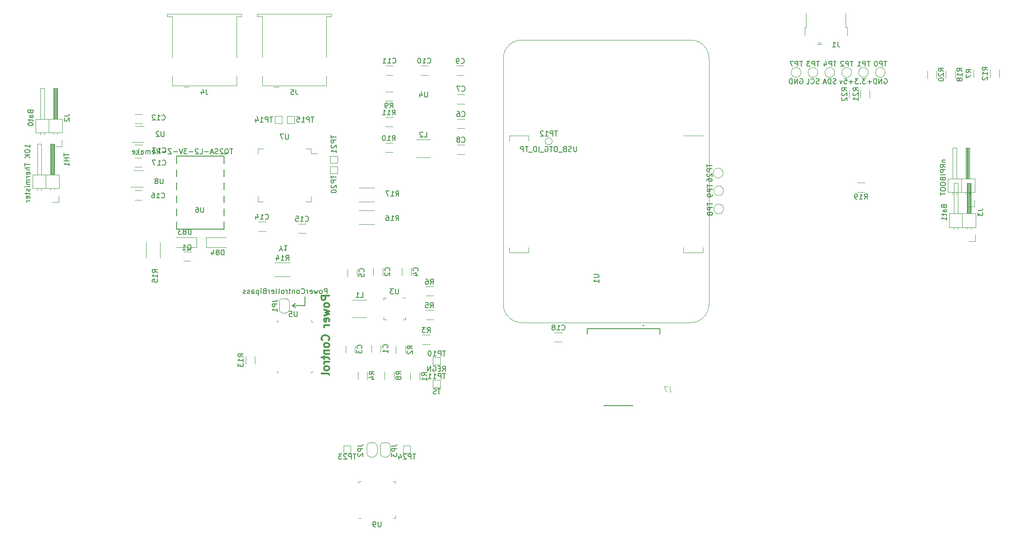
<source format=gbr>
%TF.GenerationSoftware,KiCad,Pcbnew,(5.99.0-9972-g9020611657)*%
%TF.CreationDate,2021-05-31T19:12:41-05:00*%
%TF.ProjectId,ti92revive,74693932-7265-4766-9976-652e6b696361,rev?*%
%TF.SameCoordinates,Original*%
%TF.FileFunction,Legend,Bot*%
%TF.FilePolarity,Positive*%
%FSLAX46Y46*%
G04 Gerber Fmt 4.6, Leading zero omitted, Abs format (unit mm)*
G04 Created by KiCad (PCBNEW (5.99.0-9972-g9020611657)) date 2021-05-31 19:12:41*
%MOMM*%
%LPD*%
G01*
G04 APERTURE LIST*
%ADD10C,0.200000*%
%ADD11C,0.300000*%
%ADD12C,0.015000*%
%ADD13C,0.150000*%
%ADD14C,0.127000*%
%ADD15C,0.120000*%
%ADD16C,0.100000*%
%ADD17C,0.152400*%
G04 APERTURE END LIST*
D10*
X117940000Y-89420000D02*
X115540000Y-89420000D01*
X116140000Y-89820000D02*
X115540000Y-89420000D01*
X117940000Y-87620000D02*
X117940000Y-89420000D01*
X115540000Y-89420000D02*
X116140000Y-89020000D01*
X116140000Y-89020000D02*
X115540000Y-89420000D01*
D11*
X122678571Y-87492857D02*
X121178571Y-87492857D01*
X121178571Y-88064285D01*
X121250000Y-88207142D01*
X121321428Y-88278571D01*
X121464285Y-88350000D01*
X121678571Y-88350000D01*
X121821428Y-88278571D01*
X121892857Y-88207142D01*
X121964285Y-88064285D01*
X121964285Y-87492857D01*
X122678571Y-89207142D02*
X122607142Y-89064285D01*
X122535714Y-88992857D01*
X122392857Y-88921428D01*
X121964285Y-88921428D01*
X121821428Y-88992857D01*
X121750000Y-89064285D01*
X121678571Y-89207142D01*
X121678571Y-89421428D01*
X121750000Y-89564285D01*
X121821428Y-89635714D01*
X121964285Y-89707142D01*
X122392857Y-89707142D01*
X122535714Y-89635714D01*
X122607142Y-89564285D01*
X122678571Y-89421428D01*
X122678571Y-89207142D01*
X121678571Y-90207142D02*
X122678571Y-90492857D01*
X121964285Y-90778571D01*
X122678571Y-91064285D01*
X121678571Y-91350000D01*
X122607142Y-92492857D02*
X122678571Y-92350000D01*
X122678571Y-92064285D01*
X122607142Y-91921428D01*
X122464285Y-91850000D01*
X121892857Y-91850000D01*
X121750000Y-91921428D01*
X121678571Y-92064285D01*
X121678571Y-92350000D01*
X121750000Y-92492857D01*
X121892857Y-92564285D01*
X122035714Y-92564285D01*
X122178571Y-91850000D01*
X122678571Y-93207142D02*
X121678571Y-93207142D01*
X121964285Y-93207142D02*
X121821428Y-93278571D01*
X121750000Y-93350000D01*
X121678571Y-93492857D01*
X121678571Y-93635714D01*
X122535714Y-96135714D02*
X122607142Y-96064285D01*
X122678571Y-95850000D01*
X122678571Y-95707142D01*
X122607142Y-95492857D01*
X122464285Y-95350000D01*
X122321428Y-95278571D01*
X122035714Y-95207142D01*
X121821428Y-95207142D01*
X121535714Y-95278571D01*
X121392857Y-95350000D01*
X121250000Y-95492857D01*
X121178571Y-95707142D01*
X121178571Y-95850000D01*
X121250000Y-96064285D01*
X121321428Y-96135714D01*
X122678571Y-96992857D02*
X122607142Y-96850000D01*
X122535714Y-96778571D01*
X122392857Y-96707142D01*
X121964285Y-96707142D01*
X121821428Y-96778571D01*
X121750000Y-96850000D01*
X121678571Y-96992857D01*
X121678571Y-97207142D01*
X121750000Y-97350000D01*
X121821428Y-97421428D01*
X121964285Y-97492857D01*
X122392857Y-97492857D01*
X122535714Y-97421428D01*
X122607142Y-97350000D01*
X122678571Y-97207142D01*
X122678571Y-96992857D01*
X121678571Y-98135714D02*
X122678571Y-98135714D01*
X121821428Y-98135714D02*
X121750000Y-98207142D01*
X121678571Y-98350000D01*
X121678571Y-98564285D01*
X121750000Y-98707142D01*
X121892857Y-98778571D01*
X122678571Y-98778571D01*
X121678571Y-99278571D02*
X121678571Y-99850000D01*
X121178571Y-99492857D02*
X122464285Y-99492857D01*
X122607142Y-99564285D01*
X122678571Y-99707142D01*
X122678571Y-99850000D01*
X122678571Y-100350000D02*
X121678571Y-100350000D01*
X121964285Y-100350000D02*
X121821428Y-100421428D01*
X121750000Y-100492857D01*
X121678571Y-100635714D01*
X121678571Y-100778571D01*
X122678571Y-101492857D02*
X122607142Y-101350000D01*
X122535714Y-101278571D01*
X122392857Y-101207142D01*
X121964285Y-101207142D01*
X121821428Y-101278571D01*
X121750000Y-101350000D01*
X121678571Y-101492857D01*
X121678571Y-101707142D01*
X121750000Y-101850000D01*
X121821428Y-101921428D01*
X121964285Y-101992857D01*
X122392857Y-101992857D01*
X122535714Y-101921428D01*
X122607142Y-101850000D01*
X122678571Y-101707142D01*
X122678571Y-101492857D01*
X122678571Y-102850000D02*
X122607142Y-102707142D01*
X122464285Y-102635714D01*
X121178571Y-102635714D01*
D12*
%TO.C,J7*%
X188992904Y-105189812D02*
X188992904Y-105905257D01*
X189040600Y-106048345D01*
X189135992Y-106143738D01*
X189279081Y-106191434D01*
X189374474Y-106191434D01*
X188611333Y-105189812D02*
X187943585Y-105189812D01*
X188372852Y-106191434D01*
D13*
%TO.C,C18*%
X167962857Y-94057142D02*
X168010476Y-94104761D01*
X168153333Y-94152380D01*
X168248571Y-94152380D01*
X168391428Y-94104761D01*
X168486666Y-94009523D01*
X168534285Y-93914285D01*
X168581904Y-93723809D01*
X168581904Y-93580952D01*
X168534285Y-93390476D01*
X168486666Y-93295238D01*
X168391428Y-93200000D01*
X168248571Y-93152380D01*
X168153333Y-93152380D01*
X168010476Y-93200000D01*
X167962857Y-93247619D01*
X167010476Y-94152380D02*
X167581904Y-94152380D01*
X167296190Y-94152380D02*
X167296190Y-93152380D01*
X167391428Y-93295238D01*
X167486666Y-93390476D01*
X167581904Y-93438095D01*
X166439047Y-93580952D02*
X166534285Y-93533333D01*
X166581904Y-93485714D01*
X166629523Y-93390476D01*
X166629523Y-93342857D01*
X166581904Y-93247619D01*
X166534285Y-93200000D01*
X166439047Y-93152380D01*
X166248571Y-93152380D01*
X166153333Y-93200000D01*
X166105714Y-93247619D01*
X166058095Y-93342857D01*
X166058095Y-93390476D01*
X166105714Y-93485714D01*
X166153333Y-93533333D01*
X166248571Y-93580952D01*
X166439047Y-93580952D01*
X166534285Y-93628571D01*
X166581904Y-93676190D01*
X166629523Y-93771428D01*
X166629523Y-93961904D01*
X166581904Y-94057142D01*
X166534285Y-94104761D01*
X166439047Y-94152380D01*
X166248571Y-94152380D01*
X166153333Y-94104761D01*
X166105714Y-94057142D01*
X166058095Y-93961904D01*
X166058095Y-93771428D01*
X166105714Y-93676190D01*
X166153333Y-93628571D01*
X166248571Y-93580952D01*
%TO.C,TP15*%
X119738095Y-52652380D02*
X119166666Y-52652380D01*
X119452380Y-53652380D02*
X119452380Y-52652380D01*
X118833333Y-53652380D02*
X118833333Y-52652380D01*
X118452380Y-52652380D01*
X118357142Y-52700000D01*
X118309523Y-52747619D01*
X118261904Y-52842857D01*
X118261904Y-52985714D01*
X118309523Y-53080952D01*
X118357142Y-53128571D01*
X118452380Y-53176190D01*
X118833333Y-53176190D01*
X117309523Y-53652380D02*
X117880952Y-53652380D01*
X117595238Y-53652380D02*
X117595238Y-52652380D01*
X117690476Y-52795238D01*
X117785714Y-52890476D01*
X117880952Y-52938095D01*
X116404761Y-52652380D02*
X116880952Y-52652380D01*
X116928571Y-53128571D01*
X116880952Y-53080952D01*
X116785714Y-53033333D01*
X116547619Y-53033333D01*
X116452380Y-53080952D01*
X116404761Y-53128571D01*
X116357142Y-53223809D01*
X116357142Y-53461904D01*
X116404761Y-53557142D01*
X116452380Y-53604761D01*
X116547619Y-53652380D01*
X116785714Y-53652380D01*
X116880952Y-53604761D01*
X116928571Y-53557142D01*
%TO.C,TP10*%
X145338095Y-98204380D02*
X144766666Y-98204380D01*
X145052380Y-99204380D02*
X145052380Y-98204380D01*
X144433333Y-99204380D02*
X144433333Y-98204380D01*
X144052380Y-98204380D01*
X143957142Y-98252000D01*
X143909523Y-98299619D01*
X143861904Y-98394857D01*
X143861904Y-98537714D01*
X143909523Y-98632952D01*
X143957142Y-98680571D01*
X144052380Y-98728190D01*
X144433333Y-98728190D01*
X142909523Y-99204380D02*
X143480952Y-99204380D01*
X143195238Y-99204380D02*
X143195238Y-98204380D01*
X143290476Y-98347238D01*
X143385714Y-98442476D01*
X143480952Y-98490095D01*
X142290476Y-98204380D02*
X142195238Y-98204380D01*
X142100000Y-98252000D01*
X142052380Y-98299619D01*
X142004761Y-98394857D01*
X141957142Y-98585333D01*
X141957142Y-98823428D01*
X142004761Y-99013904D01*
X142052380Y-99109142D01*
X142100000Y-99156761D01*
X142195238Y-99204380D01*
X142290476Y-99204380D01*
X142385714Y-99156761D01*
X142433333Y-99109142D01*
X142480952Y-99013904D01*
X142528571Y-98823428D01*
X142528571Y-98585333D01*
X142480952Y-98394857D01*
X142433333Y-98299619D01*
X142385714Y-98252000D01*
X142290476Y-98204380D01*
X144766666Y-102202380D02*
X145100000Y-101726190D01*
X145338095Y-102202380D02*
X145338095Y-101202380D01*
X144957142Y-101202380D01*
X144861904Y-101250000D01*
X144814285Y-101297619D01*
X144766666Y-101392857D01*
X144766666Y-101535714D01*
X144814285Y-101630952D01*
X144861904Y-101678571D01*
X144957142Y-101726190D01*
X145338095Y-101726190D01*
X144338095Y-101678571D02*
X144004761Y-101678571D01*
X143861904Y-102202380D02*
X144338095Y-102202380D01*
X144338095Y-101202380D01*
X143861904Y-101202380D01*
X142909523Y-101250000D02*
X143004761Y-101202380D01*
X143147619Y-101202380D01*
X143290476Y-101250000D01*
X143385714Y-101345238D01*
X143433333Y-101440476D01*
X143480952Y-101630952D01*
X143480952Y-101773809D01*
X143433333Y-101964285D01*
X143385714Y-102059523D01*
X143290476Y-102154761D01*
X143147619Y-102202380D01*
X143052380Y-102202380D01*
X142909523Y-102154761D01*
X142861904Y-102107142D01*
X142861904Y-101773809D01*
X143052380Y-101773809D01*
X142433333Y-102202380D02*
X142433333Y-101202380D01*
X141861904Y-102202380D01*
X141861904Y-101202380D01*
%TO.C,C4*%
X139907142Y-82633333D02*
X139954761Y-82585714D01*
X140002380Y-82442857D01*
X140002380Y-82347619D01*
X139954761Y-82204761D01*
X139859523Y-82109523D01*
X139764285Y-82061904D01*
X139573809Y-82014285D01*
X139430952Y-82014285D01*
X139240476Y-82061904D01*
X139145238Y-82109523D01*
X139050000Y-82204761D01*
X139002380Y-82347619D01*
X139002380Y-82442857D01*
X139050000Y-82585714D01*
X139097619Y-82633333D01*
X139335714Y-83490476D02*
X140002380Y-83490476D01*
X138954761Y-83252380D02*
X139669047Y-83014285D01*
X139669047Y-83633333D01*
%TO.C,R11*%
X134967857Y-52282380D02*
X135301190Y-51806190D01*
X135539285Y-52282380D02*
X135539285Y-51282380D01*
X135158333Y-51282380D01*
X135063095Y-51330000D01*
X135015476Y-51377619D01*
X134967857Y-51472857D01*
X134967857Y-51615714D01*
X135015476Y-51710952D01*
X135063095Y-51758571D01*
X135158333Y-51806190D01*
X135539285Y-51806190D01*
X134015476Y-52282380D02*
X134586904Y-52282380D01*
X134301190Y-52282380D02*
X134301190Y-51282380D01*
X134396428Y-51425238D01*
X134491666Y-51520476D01*
X134586904Y-51568095D01*
X133063095Y-52282380D02*
X133634523Y-52282380D01*
X133348809Y-52282380D02*
X133348809Y-51282380D01*
X133444047Y-51425238D01*
X133539285Y-51520476D01*
X133634523Y-51568095D01*
%TO.C,R9*%
X134491666Y-50922380D02*
X134825000Y-50446190D01*
X135063095Y-50922380D02*
X135063095Y-49922380D01*
X134682142Y-49922380D01*
X134586904Y-49970000D01*
X134539285Y-50017619D01*
X134491666Y-50112857D01*
X134491666Y-50255714D01*
X134539285Y-50350952D01*
X134586904Y-50398571D01*
X134682142Y-50446190D01*
X135063095Y-50446190D01*
X134015476Y-50922380D02*
X133825000Y-50922380D01*
X133729761Y-50874761D01*
X133682142Y-50827142D01*
X133586904Y-50684285D01*
X133539285Y-50493809D01*
X133539285Y-50112857D01*
X133586904Y-50017619D01*
X133634523Y-49970000D01*
X133729761Y-49922380D01*
X133920238Y-49922380D01*
X134015476Y-49970000D01*
X134063095Y-50017619D01*
X134110714Y-50112857D01*
X134110714Y-50350952D01*
X134063095Y-50446190D01*
X134015476Y-50493809D01*
X133920238Y-50541428D01*
X133729761Y-50541428D01*
X133634523Y-50493809D01*
X133586904Y-50446190D01*
X133539285Y-50350952D01*
%TO.C,R12*%
X250832380Y-43557142D02*
X250356190Y-43223809D01*
X250832380Y-42985714D02*
X249832380Y-42985714D01*
X249832380Y-43366666D01*
X249880000Y-43461904D01*
X249927619Y-43509523D01*
X250022857Y-43557142D01*
X250165714Y-43557142D01*
X250260952Y-43509523D01*
X250308571Y-43461904D01*
X250356190Y-43366666D01*
X250356190Y-42985714D01*
X250832380Y-44509523D02*
X250832380Y-43938095D01*
X250832380Y-44223809D02*
X249832380Y-44223809D01*
X249975238Y-44128571D01*
X250070476Y-44033333D01*
X250118095Y-43938095D01*
X249927619Y-44890476D02*
X249880000Y-44938095D01*
X249832380Y-45033333D01*
X249832380Y-45271428D01*
X249880000Y-45366666D01*
X249927619Y-45414285D01*
X250022857Y-45461904D01*
X250118095Y-45461904D01*
X250260952Y-45414285D01*
X250832380Y-44842857D01*
X250832380Y-45461904D01*
%TO.C,TP1*%
X227949656Y-41804380D02*
X227378228Y-41804380D01*
X227663942Y-42804380D02*
X227663942Y-41804380D01*
X227044894Y-42804380D02*
X227044894Y-41804380D01*
X226663942Y-41804380D01*
X226568704Y-41852000D01*
X226521085Y-41899619D01*
X226473466Y-41994857D01*
X226473466Y-42137714D01*
X226521085Y-42232952D01*
X226568704Y-42280571D01*
X226663942Y-42328190D01*
X227044894Y-42328190D01*
X225521085Y-42804380D02*
X226092513Y-42804380D01*
X225806799Y-42804380D02*
X225806799Y-41804380D01*
X225902037Y-41947238D01*
X225997275Y-42042476D01*
X226092513Y-42090095D01*
X228259180Y-45821428D02*
X227497275Y-45821428D01*
X227878228Y-46202380D02*
X227878228Y-45440476D01*
X227116323Y-45202380D02*
X226497275Y-45202380D01*
X226830609Y-45583333D01*
X226687752Y-45583333D01*
X226592513Y-45630952D01*
X226544894Y-45678571D01*
X226497275Y-45773809D01*
X226497275Y-46011904D01*
X226544894Y-46107142D01*
X226592513Y-46154761D01*
X226687752Y-46202380D01*
X226973466Y-46202380D01*
X227068704Y-46154761D01*
X227116323Y-46107142D01*
X226068704Y-46107142D02*
X226021085Y-46154761D01*
X226068704Y-46202380D01*
X226116323Y-46154761D01*
X226068704Y-46107142D01*
X226068704Y-46202380D01*
X225687752Y-45202380D02*
X225068704Y-45202380D01*
X225402037Y-45583333D01*
X225259180Y-45583333D01*
X225163942Y-45630952D01*
X225116323Y-45678571D01*
X225068704Y-45773809D01*
X225068704Y-46011904D01*
X225116323Y-46107142D01*
X225163942Y-46154761D01*
X225259180Y-46202380D01*
X225544894Y-46202380D01*
X225640132Y-46154761D01*
X225687752Y-46107142D01*
%TO.C,R10*%
X134967857Y-57282380D02*
X135301190Y-56806190D01*
X135539285Y-57282380D02*
X135539285Y-56282380D01*
X135158333Y-56282380D01*
X135063095Y-56330000D01*
X135015476Y-56377619D01*
X134967857Y-56472857D01*
X134967857Y-56615714D01*
X135015476Y-56710952D01*
X135063095Y-56758571D01*
X135158333Y-56806190D01*
X135539285Y-56806190D01*
X134015476Y-57282380D02*
X134586904Y-57282380D01*
X134301190Y-57282380D02*
X134301190Y-56282380D01*
X134396428Y-56425238D01*
X134491666Y-56520476D01*
X134586904Y-56568095D01*
X133396428Y-56282380D02*
X133301190Y-56282380D01*
X133205952Y-56330000D01*
X133158333Y-56377619D01*
X133110714Y-56472857D01*
X133063095Y-56663333D01*
X133063095Y-56901428D01*
X133110714Y-57091904D01*
X133158333Y-57187142D01*
X133205952Y-57234761D01*
X133301190Y-57282380D01*
X133396428Y-57282380D01*
X133491666Y-57234761D01*
X133539285Y-57187142D01*
X133586904Y-57091904D01*
X133634523Y-56901428D01*
X133634523Y-56663333D01*
X133586904Y-56472857D01*
X133539285Y-56377619D01*
X133491666Y-56330000D01*
X133396428Y-56282380D01*
%TO.C,R20*%
X242272380Y-43757142D02*
X241796190Y-43423809D01*
X242272380Y-43185714D02*
X241272380Y-43185714D01*
X241272380Y-43566666D01*
X241320000Y-43661904D01*
X241367619Y-43709523D01*
X241462857Y-43757142D01*
X241605714Y-43757142D01*
X241700952Y-43709523D01*
X241748571Y-43661904D01*
X241796190Y-43566666D01*
X241796190Y-43185714D01*
X241367619Y-44138095D02*
X241320000Y-44185714D01*
X241272380Y-44280952D01*
X241272380Y-44519047D01*
X241320000Y-44614285D01*
X241367619Y-44661904D01*
X241462857Y-44709523D01*
X241558095Y-44709523D01*
X241700952Y-44661904D01*
X242272380Y-44090476D01*
X242272380Y-44709523D01*
X241272380Y-45328571D02*
X241272380Y-45423809D01*
X241320000Y-45519047D01*
X241367619Y-45566666D01*
X241462857Y-45614285D01*
X241653333Y-45661904D01*
X241891428Y-45661904D01*
X242081904Y-45614285D01*
X242177142Y-45566666D01*
X242224761Y-45519047D01*
X242272380Y-45423809D01*
X242272380Y-45328571D01*
X242224761Y-45233333D01*
X242177142Y-45185714D01*
X242081904Y-45138095D01*
X241891428Y-45090476D01*
X241653333Y-45090476D01*
X241462857Y-45138095D01*
X241367619Y-45185714D01*
X241320000Y-45233333D01*
X241272380Y-45328571D01*
%TO.C,L2*%
X141166666Y-56602380D02*
X141642857Y-56602380D01*
X141642857Y-55602380D01*
X140880952Y-55697619D02*
X140833333Y-55650000D01*
X140738095Y-55602380D01*
X140500000Y-55602380D01*
X140404761Y-55650000D01*
X140357142Y-55697619D01*
X140309523Y-55792857D01*
X140309523Y-55888095D01*
X140357142Y-56030952D01*
X140928571Y-56602380D01*
X140309523Y-56602380D01*
%TO.C,U2*%
X90561904Y-55489880D02*
X90561904Y-56299404D01*
X90514285Y-56394642D01*
X90466666Y-56442261D01*
X90371428Y-56489880D01*
X90180952Y-56489880D01*
X90085714Y-56442261D01*
X90038095Y-56394642D01*
X89990476Y-56299404D01*
X89990476Y-55489880D01*
X89561904Y-55585119D02*
X89514285Y-55537500D01*
X89419047Y-55489880D01*
X89180952Y-55489880D01*
X89085714Y-55537500D01*
X89038095Y-55585119D01*
X88990476Y-55680357D01*
X88990476Y-55775595D01*
X89038095Y-55918452D01*
X89609523Y-56489880D01*
X88990476Y-56489880D01*
%TO.C,R2*%
X138872380Y-97833333D02*
X138396190Y-97500000D01*
X138872380Y-97261904D02*
X137872380Y-97261904D01*
X137872380Y-97642857D01*
X137920000Y-97738095D01*
X137967619Y-97785714D01*
X138062857Y-97833333D01*
X138205714Y-97833333D01*
X138300952Y-97785714D01*
X138348571Y-97738095D01*
X138396190Y-97642857D01*
X138396190Y-97261904D01*
X137967619Y-98214285D02*
X137920000Y-98261904D01*
X137872380Y-98357142D01*
X137872380Y-98595238D01*
X137920000Y-98690476D01*
X137967619Y-98738095D01*
X138062857Y-98785714D01*
X138158095Y-98785714D01*
X138300952Y-98738095D01*
X138872380Y-98166666D01*
X138872380Y-98785714D01*
%TO.C,R21*%
X225632380Y-47557142D02*
X225156190Y-47223809D01*
X225632380Y-46985714D02*
X224632380Y-46985714D01*
X224632380Y-47366666D01*
X224680000Y-47461904D01*
X224727619Y-47509523D01*
X224822857Y-47557142D01*
X224965714Y-47557142D01*
X225060952Y-47509523D01*
X225108571Y-47461904D01*
X225156190Y-47366666D01*
X225156190Y-46985714D01*
X224727619Y-47938095D02*
X224680000Y-47985714D01*
X224632380Y-48080952D01*
X224632380Y-48319047D01*
X224680000Y-48414285D01*
X224727619Y-48461904D01*
X224822857Y-48509523D01*
X224918095Y-48509523D01*
X225060952Y-48461904D01*
X225632380Y-47890476D01*
X225632380Y-48509523D01*
X225632380Y-49461904D02*
X225632380Y-48890476D01*
X225632380Y-49176190D02*
X224632380Y-49176190D01*
X224775238Y-49080952D01*
X224870476Y-48985714D01*
X224918095Y-48890476D01*
%TO.C,TP11*%
X145338095Y-102604380D02*
X144766666Y-102604380D01*
X145052380Y-103604380D02*
X145052380Y-102604380D01*
X144433333Y-103604380D02*
X144433333Y-102604380D01*
X144052380Y-102604380D01*
X143957142Y-102652000D01*
X143909523Y-102699619D01*
X143861904Y-102794857D01*
X143861904Y-102937714D01*
X143909523Y-103032952D01*
X143957142Y-103080571D01*
X144052380Y-103128190D01*
X144433333Y-103128190D01*
X142909523Y-103604380D02*
X143480952Y-103604380D01*
X143195238Y-103604380D02*
X143195238Y-102604380D01*
X143290476Y-102747238D01*
X143385714Y-102842476D01*
X143480952Y-102890095D01*
X141957142Y-103604380D02*
X142528571Y-103604380D01*
X142242857Y-103604380D02*
X142242857Y-102604380D01*
X142338095Y-102747238D01*
X142433333Y-102842476D01*
X142528571Y-102890095D01*
X144361904Y-105602380D02*
X143790476Y-105602380D01*
X144076190Y-106602380D02*
X144076190Y-105602380D01*
X143504761Y-106554761D02*
X143361904Y-106602380D01*
X143123809Y-106602380D01*
X143028571Y-106554761D01*
X142980952Y-106507142D01*
X142933333Y-106411904D01*
X142933333Y-106316666D01*
X142980952Y-106221428D01*
X143028571Y-106173809D01*
X143123809Y-106126190D01*
X143314285Y-106078571D01*
X143409523Y-106030952D01*
X143457142Y-105983333D01*
X143504761Y-105888095D01*
X143504761Y-105792857D01*
X143457142Y-105697619D01*
X143409523Y-105650000D01*
X143314285Y-105602380D01*
X143076190Y-105602380D01*
X142933333Y-105650000D01*
%TO.C,TP9*%
X196304380Y-65788095D02*
X196304380Y-66359523D01*
X197304380Y-66073809D02*
X196304380Y-66073809D01*
X197304380Y-66692857D02*
X196304380Y-66692857D01*
X196304380Y-67073809D01*
X196352000Y-67169047D01*
X196399619Y-67216666D01*
X196494857Y-67264285D01*
X196637714Y-67264285D01*
X196732952Y-67216666D01*
X196780571Y-67169047D01*
X196828190Y-67073809D01*
X196828190Y-66692857D01*
X197304380Y-67740476D02*
X197304380Y-67930952D01*
X197256761Y-68026190D01*
X197209142Y-68073809D01*
X197066285Y-68169047D01*
X196875809Y-68216666D01*
X196494857Y-68216666D01*
X196399619Y-68169047D01*
X196352000Y-68121428D01*
X196304380Y-68026190D01*
X196304380Y-67835714D01*
X196352000Y-67740476D01*
X196399619Y-67692857D01*
X196494857Y-67645238D01*
X196732952Y-67645238D01*
X196828190Y-67692857D01*
X196875809Y-67740476D01*
X196923428Y-67835714D01*
X196923428Y-68026190D01*
X196875809Y-68121428D01*
X196828190Y-68169047D01*
X196732952Y-68216666D01*
%TO.C,D83*%
X95814285Y-75552380D02*
X95814285Y-74552380D01*
X95576190Y-74552380D01*
X95433333Y-74600000D01*
X95338095Y-74695238D01*
X95290476Y-74790476D01*
X95242857Y-74980952D01*
X95242857Y-75123809D01*
X95290476Y-75314285D01*
X95338095Y-75409523D01*
X95433333Y-75504761D01*
X95576190Y-75552380D01*
X95814285Y-75552380D01*
X94671428Y-74980952D02*
X94766666Y-74933333D01*
X94814285Y-74885714D01*
X94861904Y-74790476D01*
X94861904Y-74742857D01*
X94814285Y-74647619D01*
X94766666Y-74600000D01*
X94671428Y-74552380D01*
X94480952Y-74552380D01*
X94385714Y-74600000D01*
X94338095Y-74647619D01*
X94290476Y-74742857D01*
X94290476Y-74790476D01*
X94338095Y-74885714D01*
X94385714Y-74933333D01*
X94480952Y-74980952D01*
X94671428Y-74980952D01*
X94766666Y-75028571D01*
X94814285Y-75076190D01*
X94861904Y-75171428D01*
X94861904Y-75361904D01*
X94814285Y-75457142D01*
X94766666Y-75504761D01*
X94671428Y-75552380D01*
X94480952Y-75552380D01*
X94385714Y-75504761D01*
X94338095Y-75457142D01*
X94290476Y-75361904D01*
X94290476Y-75171428D01*
X94338095Y-75076190D01*
X94385714Y-75028571D01*
X94480952Y-74980952D01*
X93957142Y-74552380D02*
X93338095Y-74552380D01*
X93671428Y-74933333D01*
X93528571Y-74933333D01*
X93433333Y-74980952D01*
X93385714Y-75028571D01*
X93338095Y-75123809D01*
X93338095Y-75361904D01*
X93385714Y-75457142D01*
X93433333Y-75504761D01*
X93528571Y-75552380D01*
X93814285Y-75552380D01*
X93909523Y-75504761D01*
X93957142Y-75457142D01*
%TO.C,C6*%
X148491666Y-52507142D02*
X148539285Y-52554761D01*
X148682142Y-52602380D01*
X148777380Y-52602380D01*
X148920238Y-52554761D01*
X149015476Y-52459523D01*
X149063095Y-52364285D01*
X149110714Y-52173809D01*
X149110714Y-52030952D01*
X149063095Y-51840476D01*
X149015476Y-51745238D01*
X148920238Y-51650000D01*
X148777380Y-51602380D01*
X148682142Y-51602380D01*
X148539285Y-51650000D01*
X148491666Y-51697619D01*
X147634523Y-51602380D02*
X147825000Y-51602380D01*
X147920238Y-51650000D01*
X147967857Y-51697619D01*
X148063095Y-51840476D01*
X148110714Y-52030952D01*
X148110714Y-52411904D01*
X148063095Y-52507142D01*
X148015476Y-52554761D01*
X147920238Y-52602380D01*
X147729761Y-52602380D01*
X147634523Y-52554761D01*
X147586904Y-52507142D01*
X147539285Y-52411904D01*
X147539285Y-52173809D01*
X147586904Y-52078571D01*
X147634523Y-52030952D01*
X147729761Y-51983333D01*
X147920238Y-51983333D01*
X148015476Y-52030952D01*
X148063095Y-52078571D01*
X148110714Y-52173809D01*
%TO.C,JP4*%
X241975714Y-61034047D02*
X242642380Y-61034047D01*
X242070952Y-61034047D02*
X242023333Y-61081666D01*
X241975714Y-61176904D01*
X241975714Y-61319761D01*
X242023333Y-61415000D01*
X242118571Y-61462619D01*
X242642380Y-61462619D01*
X242642380Y-62510238D02*
X242166190Y-62176904D01*
X242642380Y-61938809D02*
X241642380Y-61938809D01*
X241642380Y-62319761D01*
X241690000Y-62415000D01*
X241737619Y-62462619D01*
X241832857Y-62510238D01*
X241975714Y-62510238D01*
X242070952Y-62462619D01*
X242118571Y-62415000D01*
X242166190Y-62319761D01*
X242166190Y-61938809D01*
X242642380Y-62938809D02*
X241642380Y-62938809D01*
X241642380Y-63319761D01*
X241690000Y-63415000D01*
X241737619Y-63462619D01*
X241832857Y-63510238D01*
X241975714Y-63510238D01*
X242070952Y-63462619D01*
X242118571Y-63415000D01*
X242166190Y-63319761D01*
X242166190Y-62938809D01*
X242642380Y-63938809D02*
X241642380Y-63938809D01*
X242118571Y-64748333D02*
X242166190Y-64891190D01*
X242213809Y-64938809D01*
X242309047Y-64986428D01*
X242451904Y-64986428D01*
X242547142Y-64938809D01*
X242594761Y-64891190D01*
X242642380Y-64795952D01*
X242642380Y-64415000D01*
X241642380Y-64415000D01*
X241642380Y-64748333D01*
X241690000Y-64843571D01*
X241737619Y-64891190D01*
X241832857Y-64938809D01*
X241928095Y-64938809D01*
X242023333Y-64891190D01*
X242070952Y-64843571D01*
X242118571Y-64748333D01*
X242118571Y-64415000D01*
X241642380Y-65605476D02*
X241642380Y-65795952D01*
X241690000Y-65891190D01*
X241785238Y-65986428D01*
X241975714Y-66034047D01*
X242309047Y-66034047D01*
X242499523Y-65986428D01*
X242594761Y-65891190D01*
X242642380Y-65795952D01*
X242642380Y-65605476D01*
X242594761Y-65510238D01*
X242499523Y-65415000D01*
X242309047Y-65367380D01*
X241975714Y-65367380D01*
X241785238Y-65415000D01*
X241690000Y-65510238D01*
X241642380Y-65605476D01*
X241642380Y-66653095D02*
X241642380Y-66843571D01*
X241690000Y-66938809D01*
X241785238Y-67034047D01*
X241975714Y-67081666D01*
X242309047Y-67081666D01*
X242499523Y-67034047D01*
X242594761Y-66938809D01*
X242642380Y-66843571D01*
X242642380Y-66653095D01*
X242594761Y-66557857D01*
X242499523Y-66462619D01*
X242309047Y-66415000D01*
X241975714Y-66415000D01*
X241785238Y-66462619D01*
X241690000Y-66557857D01*
X241642380Y-66653095D01*
X241642380Y-67367380D02*
X241642380Y-67938809D01*
X242642380Y-67653095D02*
X241642380Y-67653095D01*
%TO.C,C15*%
X118042857Y-72907142D02*
X118090476Y-72954761D01*
X118233333Y-73002380D01*
X118328571Y-73002380D01*
X118471428Y-72954761D01*
X118566666Y-72859523D01*
X118614285Y-72764285D01*
X118661904Y-72573809D01*
X118661904Y-72430952D01*
X118614285Y-72240476D01*
X118566666Y-72145238D01*
X118471428Y-72050000D01*
X118328571Y-72002380D01*
X118233333Y-72002380D01*
X118090476Y-72050000D01*
X118042857Y-72097619D01*
X117090476Y-73002380D02*
X117661904Y-73002380D01*
X117376190Y-73002380D02*
X117376190Y-72002380D01*
X117471428Y-72145238D01*
X117566666Y-72240476D01*
X117661904Y-72288095D01*
X116185714Y-72002380D02*
X116661904Y-72002380D01*
X116709523Y-72478571D01*
X116661904Y-72430952D01*
X116566666Y-72383333D01*
X116328571Y-72383333D01*
X116233333Y-72430952D01*
X116185714Y-72478571D01*
X116138095Y-72573809D01*
X116138095Y-72811904D01*
X116185714Y-72907142D01*
X116233333Y-72954761D01*
X116328571Y-73002380D01*
X116566666Y-73002380D01*
X116661904Y-72954761D01*
X116709523Y-72907142D01*
%TO.C,C1*%
X134007142Y-97633333D02*
X134054761Y-97585714D01*
X134102380Y-97442857D01*
X134102380Y-97347619D01*
X134054761Y-97204761D01*
X133959523Y-97109523D01*
X133864285Y-97061904D01*
X133673809Y-97014285D01*
X133530952Y-97014285D01*
X133340476Y-97061904D01*
X133245238Y-97109523D01*
X133150000Y-97204761D01*
X133102380Y-97347619D01*
X133102380Y-97442857D01*
X133150000Y-97585714D01*
X133197619Y-97633333D01*
X134102380Y-98585714D02*
X134102380Y-98014285D01*
X134102380Y-98300000D02*
X133102380Y-98300000D01*
X133245238Y-98204761D01*
X133340476Y-98109523D01*
X133388095Y-98014285D01*
%TO.C,C13*%
X90242857Y-59557142D02*
X90290476Y-59604761D01*
X90433333Y-59652380D01*
X90528571Y-59652380D01*
X90671428Y-59604761D01*
X90766666Y-59509523D01*
X90814285Y-59414285D01*
X90861904Y-59223809D01*
X90861904Y-59080952D01*
X90814285Y-58890476D01*
X90766666Y-58795238D01*
X90671428Y-58700000D01*
X90528571Y-58652380D01*
X90433333Y-58652380D01*
X90290476Y-58700000D01*
X90242857Y-58747619D01*
X89290476Y-59652380D02*
X89861904Y-59652380D01*
X89576190Y-59652380D02*
X89576190Y-58652380D01*
X89671428Y-58795238D01*
X89766666Y-58890476D01*
X89861904Y-58938095D01*
X88957142Y-58652380D02*
X88338095Y-58652380D01*
X88671428Y-59033333D01*
X88528571Y-59033333D01*
X88433333Y-59080952D01*
X88385714Y-59128571D01*
X88338095Y-59223809D01*
X88338095Y-59461904D01*
X88385714Y-59557142D01*
X88433333Y-59604761D01*
X88528571Y-59652380D01*
X88814285Y-59652380D01*
X88909523Y-59604761D01*
X88957142Y-59557142D01*
%TO.C,J1*%
X221658333Y-38017380D02*
X221658333Y-38731666D01*
X221705952Y-38874523D01*
X221801190Y-38969761D01*
X221944047Y-39017380D01*
X222039285Y-39017380D01*
X220658333Y-39017380D02*
X221229761Y-39017380D01*
X220944047Y-39017380D02*
X220944047Y-38017380D01*
X221039285Y-38160238D01*
X221134523Y-38255476D01*
X221229761Y-38303095D01*
%TO.C,TH1*%
X71052380Y-59714285D02*
X71052380Y-60285714D01*
X72052380Y-60000000D02*
X71052380Y-60000000D01*
X72052380Y-60619047D02*
X71052380Y-60619047D01*
X71528571Y-60619047D02*
X71528571Y-61190476D01*
X72052380Y-61190476D02*
X71052380Y-61190476D01*
X72052380Y-62190476D02*
X72052380Y-61619047D01*
X72052380Y-61904761D02*
X71052380Y-61904761D01*
X71195238Y-61809523D01*
X71290476Y-61714285D01*
X71338095Y-61619047D01*
X64442380Y-58638809D02*
X64442380Y-58067380D01*
X64442380Y-58353095D02*
X63442380Y-58353095D01*
X63585238Y-58257857D01*
X63680476Y-58162619D01*
X63728095Y-58067380D01*
X63442380Y-59257857D02*
X63442380Y-59353095D01*
X63490000Y-59448333D01*
X63537619Y-59495952D01*
X63632857Y-59543571D01*
X63823333Y-59591190D01*
X64061428Y-59591190D01*
X64251904Y-59543571D01*
X64347142Y-59495952D01*
X64394761Y-59448333D01*
X64442380Y-59353095D01*
X64442380Y-59257857D01*
X64394761Y-59162619D01*
X64347142Y-59115000D01*
X64251904Y-59067380D01*
X64061428Y-59019761D01*
X63823333Y-59019761D01*
X63632857Y-59067380D01*
X63537619Y-59115000D01*
X63490000Y-59162619D01*
X63442380Y-59257857D01*
X64442380Y-60019761D02*
X63442380Y-60019761D01*
X64442380Y-60591190D02*
X63870952Y-60162619D01*
X63442380Y-60591190D02*
X64013809Y-60019761D01*
X63442380Y-61638809D02*
X63442380Y-62210238D01*
X64442380Y-61924523D02*
X63442380Y-61924523D01*
X64442380Y-62543571D02*
X63442380Y-62543571D01*
X64442380Y-62972142D02*
X63918571Y-62972142D01*
X63823333Y-62924523D01*
X63775714Y-62829285D01*
X63775714Y-62686428D01*
X63823333Y-62591190D01*
X63870952Y-62543571D01*
X64394761Y-63829285D02*
X64442380Y-63734047D01*
X64442380Y-63543571D01*
X64394761Y-63448333D01*
X64299523Y-63400714D01*
X63918571Y-63400714D01*
X63823333Y-63448333D01*
X63775714Y-63543571D01*
X63775714Y-63734047D01*
X63823333Y-63829285D01*
X63918571Y-63876904D01*
X64013809Y-63876904D01*
X64109047Y-63400714D01*
X64442380Y-64305476D02*
X63775714Y-64305476D01*
X63966190Y-64305476D02*
X63870952Y-64353095D01*
X63823333Y-64400714D01*
X63775714Y-64495952D01*
X63775714Y-64591190D01*
X64442380Y-64924523D02*
X63775714Y-64924523D01*
X63870952Y-64924523D02*
X63823333Y-64972142D01*
X63775714Y-65067380D01*
X63775714Y-65210238D01*
X63823333Y-65305476D01*
X63918571Y-65353095D01*
X64442380Y-65353095D01*
X63918571Y-65353095D02*
X63823333Y-65400714D01*
X63775714Y-65495952D01*
X63775714Y-65638809D01*
X63823333Y-65734047D01*
X63918571Y-65781666D01*
X64442380Y-65781666D01*
X64442380Y-66257857D02*
X63775714Y-66257857D01*
X63442380Y-66257857D02*
X63490000Y-66210238D01*
X63537619Y-66257857D01*
X63490000Y-66305476D01*
X63442380Y-66257857D01*
X63537619Y-66257857D01*
X64394761Y-66686428D02*
X64442380Y-66781666D01*
X64442380Y-66972142D01*
X64394761Y-67067380D01*
X64299523Y-67115000D01*
X64251904Y-67115000D01*
X64156666Y-67067380D01*
X64109047Y-66972142D01*
X64109047Y-66829285D01*
X64061428Y-66734047D01*
X63966190Y-66686428D01*
X63918571Y-66686428D01*
X63823333Y-66734047D01*
X63775714Y-66829285D01*
X63775714Y-66972142D01*
X63823333Y-67067380D01*
X63775714Y-67400714D02*
X63775714Y-67781666D01*
X63442380Y-67543571D02*
X64299523Y-67543571D01*
X64394761Y-67591190D01*
X64442380Y-67686428D01*
X64442380Y-67781666D01*
X64394761Y-68495952D02*
X64442380Y-68400714D01*
X64442380Y-68210238D01*
X64394761Y-68115000D01*
X64299523Y-68067380D01*
X63918571Y-68067380D01*
X63823333Y-68115000D01*
X63775714Y-68210238D01*
X63775714Y-68400714D01*
X63823333Y-68495952D01*
X63918571Y-68543571D01*
X64013809Y-68543571D01*
X64109047Y-68067380D01*
X64442380Y-68972142D02*
X63775714Y-68972142D01*
X63966190Y-68972142D02*
X63870952Y-69019761D01*
X63823333Y-69067380D01*
X63775714Y-69162619D01*
X63775714Y-69257857D01*
%TO.C,C11*%
X135042857Y-42107142D02*
X135090476Y-42154761D01*
X135233333Y-42202380D01*
X135328571Y-42202380D01*
X135471428Y-42154761D01*
X135566666Y-42059523D01*
X135614285Y-41964285D01*
X135661904Y-41773809D01*
X135661904Y-41630952D01*
X135614285Y-41440476D01*
X135566666Y-41345238D01*
X135471428Y-41250000D01*
X135328571Y-41202380D01*
X135233333Y-41202380D01*
X135090476Y-41250000D01*
X135042857Y-41297619D01*
X134090476Y-42202380D02*
X134661904Y-42202380D01*
X134376190Y-42202380D02*
X134376190Y-41202380D01*
X134471428Y-41345238D01*
X134566666Y-41440476D01*
X134661904Y-41488095D01*
X133138095Y-42202380D02*
X133709523Y-42202380D01*
X133423809Y-42202380D02*
X133423809Y-41202380D01*
X133519047Y-41345238D01*
X133614285Y-41440476D01*
X133709523Y-41488095D01*
%TO.C,R4*%
X131472380Y-102833333D02*
X130996190Y-102500000D01*
X131472380Y-102261904D02*
X130472380Y-102261904D01*
X130472380Y-102642857D01*
X130520000Y-102738095D01*
X130567619Y-102785714D01*
X130662857Y-102833333D01*
X130805714Y-102833333D01*
X130900952Y-102785714D01*
X130948571Y-102738095D01*
X130996190Y-102642857D01*
X130996190Y-102261904D01*
X130805714Y-103690476D02*
X131472380Y-103690476D01*
X130424761Y-103452380D02*
X131139047Y-103214285D01*
X131139047Y-103833333D01*
%TO.C,C16*%
X90042857Y-68357142D02*
X90090476Y-68404761D01*
X90233333Y-68452380D01*
X90328571Y-68452380D01*
X90471428Y-68404761D01*
X90566666Y-68309523D01*
X90614285Y-68214285D01*
X90661904Y-68023809D01*
X90661904Y-67880952D01*
X90614285Y-67690476D01*
X90566666Y-67595238D01*
X90471428Y-67500000D01*
X90328571Y-67452380D01*
X90233333Y-67452380D01*
X90090476Y-67500000D01*
X90042857Y-67547619D01*
X89090476Y-68452380D02*
X89661904Y-68452380D01*
X89376190Y-68452380D02*
X89376190Y-67452380D01*
X89471428Y-67595238D01*
X89566666Y-67690476D01*
X89661904Y-67738095D01*
X88233333Y-67452380D02*
X88423809Y-67452380D01*
X88519047Y-67500000D01*
X88566666Y-67547619D01*
X88661904Y-67690476D01*
X88709523Y-67880952D01*
X88709523Y-68261904D01*
X88661904Y-68357142D01*
X88614285Y-68404761D01*
X88519047Y-68452380D01*
X88328571Y-68452380D01*
X88233333Y-68404761D01*
X88185714Y-68357142D01*
X88138095Y-68261904D01*
X88138095Y-68023809D01*
X88185714Y-67928571D01*
X88233333Y-67880952D01*
X88328571Y-67833333D01*
X88519047Y-67833333D01*
X88614285Y-67880952D01*
X88661904Y-67928571D01*
X88709523Y-68023809D01*
%TO.C,U5*%
X116461904Y-90552380D02*
X116461904Y-91361904D01*
X116414285Y-91457142D01*
X116366666Y-91504761D01*
X116271428Y-91552380D01*
X116080952Y-91552380D01*
X115985714Y-91504761D01*
X115938095Y-91457142D01*
X115890476Y-91361904D01*
X115890476Y-90552380D01*
X114938095Y-90552380D02*
X115414285Y-90552380D01*
X115461904Y-91028571D01*
X115414285Y-90980952D01*
X115319047Y-90933333D01*
X115080952Y-90933333D01*
X114985714Y-90980952D01*
X114938095Y-91028571D01*
X114890476Y-91123809D01*
X114890476Y-91361904D01*
X114938095Y-91457142D01*
X114985714Y-91504761D01*
X115080952Y-91552380D01*
X115319047Y-91552380D01*
X115414285Y-91504761D01*
X115461904Y-91457142D01*
%TO.C,J2*%
X71122380Y-52481666D02*
X71836666Y-52481666D01*
X71979523Y-52434047D01*
X72074761Y-52338809D01*
X72122380Y-52195952D01*
X72122380Y-52100714D01*
X71217619Y-52910238D02*
X71170000Y-52957857D01*
X71122380Y-53053095D01*
X71122380Y-53291190D01*
X71170000Y-53386428D01*
X71217619Y-53434047D01*
X71312857Y-53481666D01*
X71408095Y-53481666D01*
X71550952Y-53434047D01*
X72122380Y-52862619D01*
X72122380Y-53481666D01*
X64518571Y-51672142D02*
X64566190Y-51815000D01*
X64613809Y-51862619D01*
X64709047Y-51910238D01*
X64851904Y-51910238D01*
X64947142Y-51862619D01*
X64994761Y-51815000D01*
X65042380Y-51719761D01*
X65042380Y-51338809D01*
X64042380Y-51338809D01*
X64042380Y-51672142D01*
X64090000Y-51767380D01*
X64137619Y-51815000D01*
X64232857Y-51862619D01*
X64328095Y-51862619D01*
X64423333Y-51815000D01*
X64470952Y-51767380D01*
X64518571Y-51672142D01*
X64518571Y-51338809D01*
X65042380Y-52767380D02*
X64518571Y-52767380D01*
X64423333Y-52719761D01*
X64375714Y-52624523D01*
X64375714Y-52434047D01*
X64423333Y-52338809D01*
X64994761Y-52767380D02*
X65042380Y-52672142D01*
X65042380Y-52434047D01*
X64994761Y-52338809D01*
X64899523Y-52291190D01*
X64804285Y-52291190D01*
X64709047Y-52338809D01*
X64661428Y-52434047D01*
X64661428Y-52672142D01*
X64613809Y-52767380D01*
X64375714Y-53100714D02*
X64375714Y-53481666D01*
X64042380Y-53243571D02*
X64899523Y-53243571D01*
X64994761Y-53291190D01*
X65042380Y-53386428D01*
X65042380Y-53481666D01*
X64042380Y-54005476D02*
X64042380Y-54100714D01*
X64090000Y-54195952D01*
X64137619Y-54243571D01*
X64232857Y-54291190D01*
X64423333Y-54338809D01*
X64661428Y-54338809D01*
X64851904Y-54291190D01*
X64947142Y-54243571D01*
X64994761Y-54195952D01*
X65042380Y-54100714D01*
X65042380Y-54005476D01*
X64994761Y-53910238D01*
X64947142Y-53862619D01*
X64851904Y-53815000D01*
X64661428Y-53767380D01*
X64423333Y-53767380D01*
X64232857Y-53815000D01*
X64137619Y-53862619D01*
X64090000Y-53910238D01*
X64042380Y-54005476D01*
%TO.C,Y1*%
X113340477Y-78223809D02*
X113340477Y-77747619D01*
X113007144Y-78747619D02*
X113340477Y-78223809D01*
X113673810Y-78747619D01*
X114530953Y-77747619D02*
X113959525Y-77747619D01*
X114245239Y-77747619D02*
X114245239Y-78747619D01*
X114150001Y-78604761D01*
X114054763Y-78509523D01*
X113959525Y-78461904D01*
%TO.C,R15*%
X89252380Y-82957142D02*
X88776190Y-82623809D01*
X89252380Y-82385714D02*
X88252380Y-82385714D01*
X88252380Y-82766666D01*
X88300000Y-82861904D01*
X88347619Y-82909523D01*
X88442857Y-82957142D01*
X88585714Y-82957142D01*
X88680952Y-82909523D01*
X88728571Y-82861904D01*
X88776190Y-82766666D01*
X88776190Y-82385714D01*
X89252380Y-83909523D02*
X89252380Y-83338095D01*
X89252380Y-83623809D02*
X88252380Y-83623809D01*
X88395238Y-83528571D01*
X88490476Y-83433333D01*
X88538095Y-83338095D01*
X88252380Y-84814285D02*
X88252380Y-84338095D01*
X88728571Y-84290476D01*
X88680952Y-84338095D01*
X88633333Y-84433333D01*
X88633333Y-84671428D01*
X88680952Y-84766666D01*
X88728571Y-84814285D01*
X88823809Y-84861904D01*
X89061904Y-84861904D01*
X89157142Y-84814285D01*
X89204761Y-84766666D01*
X89252380Y-84671428D01*
X89252380Y-84433333D01*
X89204761Y-84338095D01*
X89157142Y-84290476D01*
%TO.C,R17*%
X135642857Y-68062380D02*
X135976190Y-67586190D01*
X136214285Y-68062380D02*
X136214285Y-67062380D01*
X135833333Y-67062380D01*
X135738095Y-67110000D01*
X135690476Y-67157619D01*
X135642857Y-67252857D01*
X135642857Y-67395714D01*
X135690476Y-67490952D01*
X135738095Y-67538571D01*
X135833333Y-67586190D01*
X136214285Y-67586190D01*
X134690476Y-68062380D02*
X135261904Y-68062380D01*
X134976190Y-68062380D02*
X134976190Y-67062380D01*
X135071428Y-67205238D01*
X135166666Y-67300476D01*
X135261904Y-67348095D01*
X134357142Y-67062380D02*
X133690476Y-67062380D01*
X134119047Y-68062380D01*
%TO.C,R18*%
X245872380Y-43757142D02*
X245396190Y-43423809D01*
X245872380Y-43185714D02*
X244872380Y-43185714D01*
X244872380Y-43566666D01*
X244920000Y-43661904D01*
X244967619Y-43709523D01*
X245062857Y-43757142D01*
X245205714Y-43757142D01*
X245300952Y-43709523D01*
X245348571Y-43661904D01*
X245396190Y-43566666D01*
X245396190Y-43185714D01*
X245872380Y-44709523D02*
X245872380Y-44138095D01*
X245872380Y-44423809D02*
X244872380Y-44423809D01*
X245015238Y-44328571D01*
X245110476Y-44233333D01*
X245158095Y-44138095D01*
X245300952Y-45280952D02*
X245253333Y-45185714D01*
X245205714Y-45138095D01*
X245110476Y-45090476D01*
X245062857Y-45090476D01*
X244967619Y-45138095D01*
X244920000Y-45185714D01*
X244872380Y-45280952D01*
X244872380Y-45471428D01*
X244920000Y-45566666D01*
X244967619Y-45614285D01*
X245062857Y-45661904D01*
X245110476Y-45661904D01*
X245205714Y-45614285D01*
X245253333Y-45566666D01*
X245300952Y-45471428D01*
X245300952Y-45280952D01*
X245348571Y-45185714D01*
X245396190Y-45138095D01*
X245491428Y-45090476D01*
X245681904Y-45090476D01*
X245777142Y-45138095D01*
X245824761Y-45185714D01*
X245872380Y-45280952D01*
X245872380Y-45471428D01*
X245824761Y-45566666D01*
X245777142Y-45614285D01*
X245681904Y-45661904D01*
X245491428Y-45661904D01*
X245396190Y-45614285D01*
X245348571Y-45566666D01*
X245300952Y-45471428D01*
%TO.C,C12*%
X90142857Y-53194642D02*
X90190476Y-53242261D01*
X90333333Y-53289880D01*
X90428571Y-53289880D01*
X90571428Y-53242261D01*
X90666666Y-53147023D01*
X90714285Y-53051785D01*
X90761904Y-52861309D01*
X90761904Y-52718452D01*
X90714285Y-52527976D01*
X90666666Y-52432738D01*
X90571428Y-52337500D01*
X90428571Y-52289880D01*
X90333333Y-52289880D01*
X90190476Y-52337500D01*
X90142857Y-52385119D01*
X89190476Y-53289880D02*
X89761904Y-53289880D01*
X89476190Y-53289880D02*
X89476190Y-52289880D01*
X89571428Y-52432738D01*
X89666666Y-52527976D01*
X89761904Y-52575595D01*
X88809523Y-52385119D02*
X88761904Y-52337500D01*
X88666666Y-52289880D01*
X88428571Y-52289880D01*
X88333333Y-52337500D01*
X88285714Y-52385119D01*
X88238095Y-52480357D01*
X88238095Y-52575595D01*
X88285714Y-52718452D01*
X88857142Y-53289880D01*
X88238095Y-53289880D01*
%TO.C,TP3*%
X218105780Y-41804380D02*
X217534352Y-41804380D01*
X217820066Y-42804380D02*
X217820066Y-41804380D01*
X217201018Y-42804380D02*
X217201018Y-41804380D01*
X216820066Y-41804380D01*
X216724828Y-41852000D01*
X216677209Y-41899619D01*
X216629590Y-41994857D01*
X216629590Y-42137714D01*
X216677209Y-42232952D01*
X216724828Y-42280571D01*
X216820066Y-42328190D01*
X217201018Y-42328190D01*
X216296256Y-41804380D02*
X215677209Y-41804380D01*
X216010542Y-42185333D01*
X215867685Y-42185333D01*
X215772447Y-42232952D01*
X215724828Y-42280571D01*
X215677209Y-42375809D01*
X215677209Y-42613904D01*
X215724828Y-42709142D01*
X215772447Y-42756761D01*
X215867685Y-42804380D01*
X216153399Y-42804380D01*
X216248637Y-42756761D01*
X216296256Y-42709142D01*
X218034352Y-46154761D02*
X217891495Y-46202380D01*
X217653399Y-46202380D01*
X217558161Y-46154761D01*
X217510542Y-46107142D01*
X217462923Y-46011904D01*
X217462923Y-45916666D01*
X217510542Y-45821428D01*
X217558161Y-45773809D01*
X217653399Y-45726190D01*
X217843876Y-45678571D01*
X217939114Y-45630952D01*
X217986733Y-45583333D01*
X218034352Y-45488095D01*
X218034352Y-45392857D01*
X217986733Y-45297619D01*
X217939114Y-45250000D01*
X217843876Y-45202380D01*
X217605780Y-45202380D01*
X217462923Y-45250000D01*
X216462923Y-46107142D02*
X216510542Y-46154761D01*
X216653399Y-46202380D01*
X216748637Y-46202380D01*
X216891495Y-46154761D01*
X216986733Y-46059523D01*
X217034352Y-45964285D01*
X217081971Y-45773809D01*
X217081971Y-45630952D01*
X217034352Y-45440476D01*
X216986733Y-45345238D01*
X216891495Y-45250000D01*
X216748637Y-45202380D01*
X216653399Y-45202380D01*
X216510542Y-45250000D01*
X216462923Y-45297619D01*
X215558161Y-46202380D02*
X216034352Y-46202380D01*
X216034352Y-45202380D01*
%TO.C,TP23*%
X127938095Y-118300380D02*
X127366666Y-118300380D01*
X127652380Y-119300380D02*
X127652380Y-118300380D01*
X127033333Y-119300380D02*
X127033333Y-118300380D01*
X126652380Y-118300380D01*
X126557142Y-118348000D01*
X126509523Y-118395619D01*
X126461904Y-118490857D01*
X126461904Y-118633714D01*
X126509523Y-118728952D01*
X126557142Y-118776571D01*
X126652380Y-118824190D01*
X127033333Y-118824190D01*
X126080952Y-118395619D02*
X126033333Y-118348000D01*
X125938095Y-118300380D01*
X125700000Y-118300380D01*
X125604761Y-118348000D01*
X125557142Y-118395619D01*
X125509523Y-118490857D01*
X125509523Y-118586095D01*
X125557142Y-118728952D01*
X126128571Y-119300380D01*
X125509523Y-119300380D01*
X125176190Y-118300380D02*
X124557142Y-118300380D01*
X124890476Y-118681333D01*
X124747619Y-118681333D01*
X124652380Y-118728952D01*
X124604761Y-118776571D01*
X124557142Y-118871809D01*
X124557142Y-119109904D01*
X124604761Y-119205142D01*
X124652380Y-119252761D01*
X124747619Y-119300380D01*
X125033333Y-119300380D01*
X125128571Y-119252761D01*
X125176190Y-119205142D01*
%TO.C,C3*%
X128957142Y-97708333D02*
X129004761Y-97660714D01*
X129052380Y-97517857D01*
X129052380Y-97422619D01*
X129004761Y-97279761D01*
X128909523Y-97184523D01*
X128814285Y-97136904D01*
X128623809Y-97089285D01*
X128480952Y-97089285D01*
X128290476Y-97136904D01*
X128195238Y-97184523D01*
X128100000Y-97279761D01*
X128052380Y-97422619D01*
X128052380Y-97517857D01*
X128100000Y-97660714D01*
X128147619Y-97708333D01*
X128052380Y-98041666D02*
X128052380Y-98660714D01*
X128433333Y-98327380D01*
X128433333Y-98470238D01*
X128480952Y-98565476D01*
X128528571Y-98613095D01*
X128623809Y-98660714D01*
X128861904Y-98660714D01*
X128957142Y-98613095D01*
X129004761Y-98565476D01*
X129052380Y-98470238D01*
X129052380Y-98184523D01*
X129004761Y-98089285D01*
X128957142Y-98041666D01*
%TO.C,Q1*%
X95095238Y-78647619D02*
X95190476Y-78600000D01*
X95285714Y-78504761D01*
X95428571Y-78361904D01*
X95523809Y-78314285D01*
X95619047Y-78314285D01*
X95571428Y-78552380D02*
X95666666Y-78504761D01*
X95761904Y-78409523D01*
X95809523Y-78219047D01*
X95809523Y-77885714D01*
X95761904Y-77695238D01*
X95666666Y-77600000D01*
X95571428Y-77552380D01*
X95380952Y-77552380D01*
X95285714Y-77600000D01*
X95190476Y-77695238D01*
X95142857Y-77885714D01*
X95142857Y-78219047D01*
X95190476Y-78409523D01*
X95285714Y-78504761D01*
X95380952Y-78552380D01*
X95571428Y-78552380D01*
X94190476Y-78552380D02*
X94761904Y-78552380D01*
X94476190Y-78552380D02*
X94476190Y-77552380D01*
X94571428Y-77695238D01*
X94666666Y-77790476D01*
X94761904Y-77838095D01*
%TO.C,TP21*%
X123052380Y-56261904D02*
X123052380Y-56833333D01*
X124052380Y-56547619D02*
X123052380Y-56547619D01*
X124052380Y-57166666D02*
X123052380Y-57166666D01*
X123052380Y-57547619D01*
X123100000Y-57642857D01*
X123147619Y-57690476D01*
X123242857Y-57738095D01*
X123385714Y-57738095D01*
X123480952Y-57690476D01*
X123528571Y-57642857D01*
X123576190Y-57547619D01*
X123576190Y-57166666D01*
X123147619Y-58119047D02*
X123100000Y-58166666D01*
X123052380Y-58261904D01*
X123052380Y-58500000D01*
X123100000Y-58595238D01*
X123147619Y-58642857D01*
X123242857Y-58690476D01*
X123338095Y-58690476D01*
X123480952Y-58642857D01*
X124052380Y-58071428D01*
X124052380Y-58690476D01*
X124052380Y-59642857D02*
X124052380Y-59071428D01*
X124052380Y-59357142D02*
X123052380Y-59357142D01*
X123195238Y-59261904D01*
X123290476Y-59166666D01*
X123338095Y-59071428D01*
%TO.C,R13*%
X105972380Y-99377142D02*
X105496190Y-99043809D01*
X105972380Y-98805714D02*
X104972380Y-98805714D01*
X104972380Y-99186666D01*
X105020000Y-99281904D01*
X105067619Y-99329523D01*
X105162857Y-99377142D01*
X105305714Y-99377142D01*
X105400952Y-99329523D01*
X105448571Y-99281904D01*
X105496190Y-99186666D01*
X105496190Y-98805714D01*
X105972380Y-100329523D02*
X105972380Y-99758095D01*
X105972380Y-100043809D02*
X104972380Y-100043809D01*
X105115238Y-99948571D01*
X105210476Y-99853333D01*
X105258095Y-99758095D01*
X104972380Y-100662857D02*
X104972380Y-101281904D01*
X105353333Y-100948571D01*
X105353333Y-101091428D01*
X105400952Y-101186666D01*
X105448571Y-101234285D01*
X105543809Y-101281904D01*
X105781904Y-101281904D01*
X105877142Y-101234285D01*
X105924761Y-101186666D01*
X105972380Y-101091428D01*
X105972380Y-100805714D01*
X105924761Y-100710476D01*
X105877142Y-100662857D01*
%TO.C,U6*%
X98261904Y-70252380D02*
X98261904Y-71061904D01*
X98214285Y-71157142D01*
X98166666Y-71204761D01*
X98071428Y-71252380D01*
X97880952Y-71252380D01*
X97785714Y-71204761D01*
X97738095Y-71157142D01*
X97690476Y-71061904D01*
X97690476Y-70252380D01*
X96785714Y-70252380D02*
X96976190Y-70252380D01*
X97071428Y-70300000D01*
X97119047Y-70347619D01*
X97214285Y-70490476D01*
X97261904Y-70680952D01*
X97261904Y-71061904D01*
X97214285Y-71157142D01*
X97166666Y-71204761D01*
X97071428Y-71252380D01*
X96880952Y-71252380D01*
X96785714Y-71204761D01*
X96738095Y-71157142D01*
X96690476Y-71061904D01*
X96690476Y-70823809D01*
X96738095Y-70728571D01*
X96785714Y-70680952D01*
X96880952Y-70633333D01*
X97071428Y-70633333D01*
X97166666Y-70680952D01*
X97214285Y-70728571D01*
X97261904Y-70823809D01*
X103909523Y-58852380D02*
X103338095Y-58852380D01*
X103623809Y-59852380D02*
X103623809Y-58852380D01*
X102338095Y-59947619D02*
X102433333Y-59900000D01*
X102528571Y-59804761D01*
X102671428Y-59661904D01*
X102766666Y-59614285D01*
X102861904Y-59614285D01*
X102814285Y-59852380D02*
X102909523Y-59804761D01*
X103004761Y-59709523D01*
X103052380Y-59519047D01*
X103052380Y-59185714D01*
X103004761Y-58995238D01*
X102909523Y-58900000D01*
X102814285Y-58852380D01*
X102623809Y-58852380D01*
X102528571Y-58900000D01*
X102433333Y-58995238D01*
X102385714Y-59185714D01*
X102385714Y-59519047D01*
X102433333Y-59709523D01*
X102528571Y-59804761D01*
X102623809Y-59852380D01*
X102814285Y-59852380D01*
X102004761Y-58947619D02*
X101957142Y-58900000D01*
X101861904Y-58852380D01*
X101623809Y-58852380D01*
X101528571Y-58900000D01*
X101480952Y-58947619D01*
X101433333Y-59042857D01*
X101433333Y-59138095D01*
X101480952Y-59280952D01*
X102052380Y-59852380D01*
X101433333Y-59852380D01*
X101052380Y-59804761D02*
X100909523Y-59852380D01*
X100671428Y-59852380D01*
X100576190Y-59804761D01*
X100528571Y-59757142D01*
X100480952Y-59661904D01*
X100480952Y-59566666D01*
X100528571Y-59471428D01*
X100576190Y-59423809D01*
X100671428Y-59376190D01*
X100861904Y-59328571D01*
X100957142Y-59280952D01*
X101004761Y-59233333D01*
X101052380Y-59138095D01*
X101052380Y-59042857D01*
X101004761Y-58947619D01*
X100957142Y-58900000D01*
X100861904Y-58852380D01*
X100623809Y-58852380D01*
X100480952Y-58900000D01*
X100100000Y-59566666D02*
X99623809Y-59566666D01*
X100195238Y-59852380D02*
X99861904Y-58852380D01*
X99528571Y-59852380D01*
X99195238Y-59471428D02*
X98433333Y-59471428D01*
X97480952Y-59852380D02*
X97957142Y-59852380D01*
X97957142Y-58852380D01*
X97195238Y-58947619D02*
X97147619Y-58900000D01*
X97052380Y-58852380D01*
X96814285Y-58852380D01*
X96719047Y-58900000D01*
X96671428Y-58947619D01*
X96623809Y-59042857D01*
X96623809Y-59138095D01*
X96671428Y-59280952D01*
X97242857Y-59852380D01*
X96623809Y-59852380D01*
X96195238Y-59471428D02*
X95433333Y-59471428D01*
X95052380Y-58852380D02*
X94433333Y-58852380D01*
X94766666Y-59233333D01*
X94623809Y-59233333D01*
X94528571Y-59280952D01*
X94480952Y-59328571D01*
X94433333Y-59423809D01*
X94433333Y-59661904D01*
X94480952Y-59757142D01*
X94528571Y-59804761D01*
X94623809Y-59852380D01*
X94909523Y-59852380D01*
X95004761Y-59804761D01*
X95052380Y-59757142D01*
X94147619Y-58852380D02*
X93814285Y-59852380D01*
X93480952Y-58852380D01*
X93147619Y-59471428D02*
X92385714Y-59471428D01*
X92004761Y-58852380D02*
X91338095Y-58852380D01*
X92004761Y-59852380D01*
X91338095Y-59852380D01*
X90957142Y-59471428D02*
X90195238Y-59471428D01*
X89147619Y-59852380D02*
X89480952Y-59376190D01*
X89719047Y-59852380D02*
X89719047Y-58852380D01*
X89338095Y-58852380D01*
X89242857Y-58900000D01*
X89195238Y-58947619D01*
X89147619Y-59042857D01*
X89147619Y-59185714D01*
X89195238Y-59280952D01*
X89242857Y-59328571D01*
X89338095Y-59376190D01*
X89719047Y-59376190D01*
X88338095Y-59804761D02*
X88433333Y-59852380D01*
X88623809Y-59852380D01*
X88719047Y-59804761D01*
X88766666Y-59709523D01*
X88766666Y-59328571D01*
X88719047Y-59233333D01*
X88623809Y-59185714D01*
X88433333Y-59185714D01*
X88338095Y-59233333D01*
X88290476Y-59328571D01*
X88290476Y-59423809D01*
X88766666Y-59519047D01*
X87861904Y-59852380D02*
X87861904Y-59185714D01*
X87861904Y-59280952D02*
X87814285Y-59233333D01*
X87719047Y-59185714D01*
X87576190Y-59185714D01*
X87480952Y-59233333D01*
X87433333Y-59328571D01*
X87433333Y-59852380D01*
X87433333Y-59328571D02*
X87385714Y-59233333D01*
X87290476Y-59185714D01*
X87147619Y-59185714D01*
X87052380Y-59233333D01*
X87004761Y-59328571D01*
X87004761Y-59852380D01*
X86100000Y-59852380D02*
X86100000Y-59328571D01*
X86147619Y-59233333D01*
X86242857Y-59185714D01*
X86433333Y-59185714D01*
X86528571Y-59233333D01*
X86100000Y-59804761D02*
X86195238Y-59852380D01*
X86433333Y-59852380D01*
X86528571Y-59804761D01*
X86576190Y-59709523D01*
X86576190Y-59614285D01*
X86528571Y-59519047D01*
X86433333Y-59471428D01*
X86195238Y-59471428D01*
X86100000Y-59423809D01*
X85623809Y-59852380D02*
X85623809Y-58852380D01*
X85528571Y-59471428D02*
X85242857Y-59852380D01*
X85242857Y-59185714D02*
X85623809Y-59566666D01*
X84433333Y-59804761D02*
X84528571Y-59852380D01*
X84719047Y-59852380D01*
X84814285Y-59804761D01*
X84861904Y-59709523D01*
X84861904Y-59328571D01*
X84814285Y-59233333D01*
X84719047Y-59185714D01*
X84528571Y-59185714D01*
X84433333Y-59233333D01*
X84385714Y-59328571D01*
X84385714Y-59423809D01*
X84861904Y-59519047D01*
%TO.C,TP7*%
X214824488Y-41800255D02*
X214253060Y-41800255D01*
X214538774Y-42800255D02*
X214538774Y-41800255D01*
X213919726Y-42800255D02*
X213919726Y-41800255D01*
X213538774Y-41800255D01*
X213443536Y-41847875D01*
X213395917Y-41895494D01*
X213348298Y-41990732D01*
X213348298Y-42133589D01*
X213395917Y-42228827D01*
X213443536Y-42276446D01*
X213538774Y-42324065D01*
X213919726Y-42324065D01*
X213014964Y-41800255D02*
X212348298Y-41800255D01*
X212776869Y-42800255D01*
X214324488Y-45245875D02*
X214419726Y-45198255D01*
X214562584Y-45198255D01*
X214705441Y-45245875D01*
X214800679Y-45341113D01*
X214848298Y-45436351D01*
X214895917Y-45626827D01*
X214895917Y-45769684D01*
X214848298Y-45960160D01*
X214800679Y-46055398D01*
X214705441Y-46150636D01*
X214562584Y-46198255D01*
X214467345Y-46198255D01*
X214324488Y-46150636D01*
X214276869Y-46103017D01*
X214276869Y-45769684D01*
X214467345Y-45769684D01*
X213848298Y-46198255D02*
X213848298Y-45198255D01*
X213276869Y-46198255D01*
X213276869Y-45198255D01*
X212800679Y-46198255D02*
X212800679Y-45198255D01*
X212562584Y-45198255D01*
X212419726Y-45245875D01*
X212324488Y-45341113D01*
X212276869Y-45436351D01*
X212229250Y-45626827D01*
X212229250Y-45769684D01*
X212276869Y-45960160D01*
X212324488Y-46055398D01*
X212419726Y-46150636D01*
X212562584Y-46198255D01*
X212800679Y-46198255D01*
%TO.C,C7*%
X148491666Y-47557142D02*
X148539285Y-47604761D01*
X148682142Y-47652380D01*
X148777380Y-47652380D01*
X148920238Y-47604761D01*
X149015476Y-47509523D01*
X149063095Y-47414285D01*
X149110714Y-47223809D01*
X149110714Y-47080952D01*
X149063095Y-46890476D01*
X149015476Y-46795238D01*
X148920238Y-46700000D01*
X148777380Y-46652380D01*
X148682142Y-46652380D01*
X148539285Y-46700000D01*
X148491666Y-46747619D01*
X148158333Y-46652380D02*
X147491666Y-46652380D01*
X147920238Y-47652380D01*
%TO.C,L1*%
X128766666Y-87802380D02*
X129242857Y-87802380D01*
X129242857Y-86802380D01*
X127909523Y-87802380D02*
X128480952Y-87802380D01*
X128195238Y-87802380D02*
X128195238Y-86802380D01*
X128290476Y-86945238D01*
X128385714Y-87040476D01*
X128480952Y-87088095D01*
%TO.C,JP1*%
X111592380Y-88586666D02*
X112306666Y-88586666D01*
X112449523Y-88539047D01*
X112544761Y-88443809D01*
X112592380Y-88300952D01*
X112592380Y-88205714D01*
X112592380Y-89062857D02*
X111592380Y-89062857D01*
X111592380Y-89443809D01*
X111640000Y-89539047D01*
X111687619Y-89586666D01*
X111782857Y-89634285D01*
X111925714Y-89634285D01*
X112020952Y-89586666D01*
X112068571Y-89539047D01*
X112116190Y-89443809D01*
X112116190Y-89062857D01*
X112592380Y-90586666D02*
X112592380Y-90015238D01*
X112592380Y-90300952D02*
X111592380Y-90300952D01*
X111735238Y-90205714D01*
X111830476Y-90110476D01*
X111878095Y-90015238D01*
X122282857Y-87072380D02*
X122282857Y-86072380D01*
X121901904Y-86072380D01*
X121806666Y-86120000D01*
X121759047Y-86167619D01*
X121711428Y-86262857D01*
X121711428Y-86405714D01*
X121759047Y-86500952D01*
X121806666Y-86548571D01*
X121901904Y-86596190D01*
X122282857Y-86596190D01*
X121140000Y-87072380D02*
X121235238Y-87024761D01*
X121282857Y-86977142D01*
X121330476Y-86881904D01*
X121330476Y-86596190D01*
X121282857Y-86500952D01*
X121235238Y-86453333D01*
X121140000Y-86405714D01*
X120997142Y-86405714D01*
X120901904Y-86453333D01*
X120854285Y-86500952D01*
X120806666Y-86596190D01*
X120806666Y-86881904D01*
X120854285Y-86977142D01*
X120901904Y-87024761D01*
X120997142Y-87072380D01*
X121140000Y-87072380D01*
X120473333Y-86405714D02*
X120282857Y-87072380D01*
X120092380Y-86596190D01*
X119901904Y-87072380D01*
X119711428Y-86405714D01*
X118949523Y-87024761D02*
X119044761Y-87072380D01*
X119235238Y-87072380D01*
X119330476Y-87024761D01*
X119378095Y-86929523D01*
X119378095Y-86548571D01*
X119330476Y-86453333D01*
X119235238Y-86405714D01*
X119044761Y-86405714D01*
X118949523Y-86453333D01*
X118901904Y-86548571D01*
X118901904Y-86643809D01*
X119378095Y-86739047D01*
X118473333Y-87072380D02*
X118473333Y-86405714D01*
X118473333Y-86596190D02*
X118425714Y-86500952D01*
X118378095Y-86453333D01*
X118282857Y-86405714D01*
X118187619Y-86405714D01*
X117282857Y-86977142D02*
X117330476Y-87024761D01*
X117473333Y-87072380D01*
X117568571Y-87072380D01*
X117711428Y-87024761D01*
X117806666Y-86929523D01*
X117854285Y-86834285D01*
X117901904Y-86643809D01*
X117901904Y-86500952D01*
X117854285Y-86310476D01*
X117806666Y-86215238D01*
X117711428Y-86120000D01*
X117568571Y-86072380D01*
X117473333Y-86072380D01*
X117330476Y-86120000D01*
X117282857Y-86167619D01*
X116711428Y-87072380D02*
X116806666Y-87024761D01*
X116854285Y-86977142D01*
X116901904Y-86881904D01*
X116901904Y-86596190D01*
X116854285Y-86500952D01*
X116806666Y-86453333D01*
X116711428Y-86405714D01*
X116568571Y-86405714D01*
X116473333Y-86453333D01*
X116425714Y-86500952D01*
X116378095Y-86596190D01*
X116378095Y-86881904D01*
X116425714Y-86977142D01*
X116473333Y-87024761D01*
X116568571Y-87072380D01*
X116711428Y-87072380D01*
X115949523Y-86405714D02*
X115949523Y-87072380D01*
X115949523Y-86500952D02*
X115901904Y-86453333D01*
X115806666Y-86405714D01*
X115663809Y-86405714D01*
X115568571Y-86453333D01*
X115520952Y-86548571D01*
X115520952Y-87072380D01*
X115187619Y-86405714D02*
X114806666Y-86405714D01*
X115044761Y-86072380D02*
X115044761Y-86929523D01*
X114997142Y-87024761D01*
X114901904Y-87072380D01*
X114806666Y-87072380D01*
X114473333Y-87072380D02*
X114473333Y-86405714D01*
X114473333Y-86596190D02*
X114425714Y-86500952D01*
X114378095Y-86453333D01*
X114282857Y-86405714D01*
X114187619Y-86405714D01*
X113711428Y-87072380D02*
X113806666Y-87024761D01*
X113854285Y-86977142D01*
X113901904Y-86881904D01*
X113901904Y-86596190D01*
X113854285Y-86500952D01*
X113806666Y-86453333D01*
X113711428Y-86405714D01*
X113568571Y-86405714D01*
X113473333Y-86453333D01*
X113425714Y-86500952D01*
X113378095Y-86596190D01*
X113378095Y-86881904D01*
X113425714Y-86977142D01*
X113473333Y-87024761D01*
X113568571Y-87072380D01*
X113711428Y-87072380D01*
X112806666Y-87072380D02*
X112901904Y-87024761D01*
X112949523Y-86929523D01*
X112949523Y-86072380D01*
X112282857Y-87072380D02*
X112378095Y-87024761D01*
X112425714Y-86929523D01*
X112425714Y-86072380D01*
X111520952Y-87024761D02*
X111616190Y-87072380D01*
X111806666Y-87072380D01*
X111901904Y-87024761D01*
X111949523Y-86929523D01*
X111949523Y-86548571D01*
X111901904Y-86453333D01*
X111806666Y-86405714D01*
X111616190Y-86405714D01*
X111520952Y-86453333D01*
X111473333Y-86548571D01*
X111473333Y-86643809D01*
X111949523Y-86739047D01*
X111044761Y-87072380D02*
X111044761Y-86405714D01*
X111044761Y-86596190D02*
X110997142Y-86500952D01*
X110949523Y-86453333D01*
X110854285Y-86405714D01*
X110759047Y-86405714D01*
X110092380Y-86548571D02*
X109949523Y-86596190D01*
X109901904Y-86643809D01*
X109854285Y-86739047D01*
X109854285Y-86881904D01*
X109901904Y-86977142D01*
X109949523Y-87024761D01*
X110044761Y-87072380D01*
X110425714Y-87072380D01*
X110425714Y-86072380D01*
X110092380Y-86072380D01*
X109997142Y-86120000D01*
X109949523Y-86167619D01*
X109901904Y-86262857D01*
X109901904Y-86358095D01*
X109949523Y-86453333D01*
X109997142Y-86500952D01*
X110092380Y-86548571D01*
X110425714Y-86548571D01*
X109425714Y-87072380D02*
X109425714Y-86405714D01*
X109425714Y-86072380D02*
X109473333Y-86120000D01*
X109425714Y-86167619D01*
X109378095Y-86120000D01*
X109425714Y-86072380D01*
X109425714Y-86167619D01*
X108949523Y-86405714D02*
X108949523Y-87405714D01*
X108949523Y-86453333D02*
X108854285Y-86405714D01*
X108663809Y-86405714D01*
X108568571Y-86453333D01*
X108520952Y-86500952D01*
X108473333Y-86596190D01*
X108473333Y-86881904D01*
X108520952Y-86977142D01*
X108568571Y-87024761D01*
X108663809Y-87072380D01*
X108854285Y-87072380D01*
X108949523Y-87024761D01*
X107616190Y-87072380D02*
X107616190Y-86548571D01*
X107663809Y-86453333D01*
X107759047Y-86405714D01*
X107949523Y-86405714D01*
X108044761Y-86453333D01*
X107616190Y-87024761D02*
X107711428Y-87072380D01*
X107949523Y-87072380D01*
X108044761Y-87024761D01*
X108092380Y-86929523D01*
X108092380Y-86834285D01*
X108044761Y-86739047D01*
X107949523Y-86691428D01*
X107711428Y-86691428D01*
X107616190Y-86643809D01*
X107187619Y-87024761D02*
X107092380Y-87072380D01*
X106901904Y-87072380D01*
X106806666Y-87024761D01*
X106759047Y-86929523D01*
X106759047Y-86881904D01*
X106806666Y-86786666D01*
X106901904Y-86739047D01*
X107044761Y-86739047D01*
X107140000Y-86691428D01*
X107187619Y-86596190D01*
X107187619Y-86548571D01*
X107140000Y-86453333D01*
X107044761Y-86405714D01*
X106901904Y-86405714D01*
X106806666Y-86453333D01*
X106378095Y-87024761D02*
X106282857Y-87072380D01*
X106092380Y-87072380D01*
X105997142Y-87024761D01*
X105949523Y-86929523D01*
X105949523Y-86881904D01*
X105997142Y-86786666D01*
X106092380Y-86739047D01*
X106235238Y-86739047D01*
X106330476Y-86691428D01*
X106378095Y-86596190D01*
X106378095Y-86548571D01*
X106330476Y-86453333D01*
X106235238Y-86405714D01*
X106092380Y-86405714D01*
X105997142Y-86453333D01*
%TO.C,JP2*%
X128252380Y-116766666D02*
X128966666Y-116766666D01*
X129109523Y-116719047D01*
X129204761Y-116623809D01*
X129252380Y-116480952D01*
X129252380Y-116385714D01*
X129252380Y-117242857D02*
X128252380Y-117242857D01*
X128252380Y-117623809D01*
X128300000Y-117719047D01*
X128347619Y-117766666D01*
X128442857Y-117814285D01*
X128585714Y-117814285D01*
X128680952Y-117766666D01*
X128728571Y-117719047D01*
X128776190Y-117623809D01*
X128776190Y-117242857D01*
X128347619Y-118195238D02*
X128300000Y-118242857D01*
X128252380Y-118338095D01*
X128252380Y-118576190D01*
X128300000Y-118671428D01*
X128347619Y-118719047D01*
X128442857Y-118766666D01*
X128538095Y-118766666D01*
X128680952Y-118719047D01*
X129252380Y-118147619D01*
X129252380Y-118766666D01*
%TO.C,U3*%
X136161904Y-86132380D02*
X136161904Y-86941904D01*
X136114285Y-87037142D01*
X136066666Y-87084761D01*
X135971428Y-87132380D01*
X135780952Y-87132380D01*
X135685714Y-87084761D01*
X135638095Y-87037142D01*
X135590476Y-86941904D01*
X135590476Y-86132380D01*
X135209523Y-86132380D02*
X134590476Y-86132380D01*
X134923809Y-86513333D01*
X134780952Y-86513333D01*
X134685714Y-86560952D01*
X134638095Y-86608571D01*
X134590476Y-86703809D01*
X134590476Y-86941904D01*
X134638095Y-87037142D01*
X134685714Y-87084761D01*
X134780952Y-87132380D01*
X135066666Y-87132380D01*
X135161904Y-87084761D01*
X135209523Y-87037142D01*
%TO.C,U4*%
X141836904Y-47802380D02*
X141836904Y-48611904D01*
X141789285Y-48707142D01*
X141741666Y-48754761D01*
X141646428Y-48802380D01*
X141455952Y-48802380D01*
X141360714Y-48754761D01*
X141313095Y-48707142D01*
X141265476Y-48611904D01*
X141265476Y-47802380D01*
X140360714Y-48135714D02*
X140360714Y-48802380D01*
X140598809Y-47754761D02*
X140836904Y-48469047D01*
X140217857Y-48469047D01*
%TO.C,TP2*%
X224668364Y-41804380D02*
X224096936Y-41804380D01*
X224382650Y-42804380D02*
X224382650Y-41804380D01*
X223763602Y-42804380D02*
X223763602Y-41804380D01*
X223382650Y-41804380D01*
X223287412Y-41852000D01*
X223239793Y-41899619D01*
X223192174Y-41994857D01*
X223192174Y-42137714D01*
X223239793Y-42232952D01*
X223287412Y-42280571D01*
X223382650Y-42328190D01*
X223763602Y-42328190D01*
X222811221Y-41899619D02*
X222763602Y-41852000D01*
X222668364Y-41804380D01*
X222430269Y-41804380D01*
X222335031Y-41852000D01*
X222287412Y-41899619D01*
X222239793Y-41994857D01*
X222239793Y-42090095D01*
X222287412Y-42232952D01*
X222858840Y-42804380D01*
X222239793Y-42804380D01*
X224644555Y-45821428D02*
X223882650Y-45821428D01*
X224263602Y-46202380D02*
X224263602Y-45440476D01*
X222930269Y-45202380D02*
X223406460Y-45202380D01*
X223454079Y-45678571D01*
X223406460Y-45630952D01*
X223311221Y-45583333D01*
X223073126Y-45583333D01*
X222977888Y-45630952D01*
X222930269Y-45678571D01*
X222882650Y-45773809D01*
X222882650Y-46011904D01*
X222930269Y-46107142D01*
X222977888Y-46154761D01*
X223073126Y-46202380D01*
X223311221Y-46202380D01*
X223406460Y-46154761D01*
X223454079Y-46107142D01*
X222549317Y-45535714D02*
X222311221Y-46202380D01*
X222073126Y-45535714D01*
%TO.C,R14*%
X114242857Y-80572380D02*
X114576190Y-80096190D01*
X114814285Y-80572380D02*
X114814285Y-79572380D01*
X114433333Y-79572380D01*
X114338095Y-79620000D01*
X114290476Y-79667619D01*
X114242857Y-79762857D01*
X114242857Y-79905714D01*
X114290476Y-80000952D01*
X114338095Y-80048571D01*
X114433333Y-80096190D01*
X114814285Y-80096190D01*
X113290476Y-80572380D02*
X113861904Y-80572380D01*
X113576190Y-80572380D02*
X113576190Y-79572380D01*
X113671428Y-79715238D01*
X113766666Y-79810476D01*
X113861904Y-79858095D01*
X112433333Y-79905714D02*
X112433333Y-80572380D01*
X112671428Y-79524761D02*
X112909523Y-80239047D01*
X112290476Y-80239047D01*
%TO.C,U9*%
X132761904Y-131472380D02*
X132761904Y-132281904D01*
X132714285Y-132377142D01*
X132666666Y-132424761D01*
X132571428Y-132472380D01*
X132380952Y-132472380D01*
X132285714Y-132424761D01*
X132238095Y-132377142D01*
X132190476Y-132281904D01*
X132190476Y-131472380D01*
X131666666Y-132472380D02*
X131476190Y-132472380D01*
X131380952Y-132424761D01*
X131333333Y-132377142D01*
X131238095Y-132234285D01*
X131190476Y-132043809D01*
X131190476Y-131662857D01*
X131238095Y-131567619D01*
X131285714Y-131520000D01*
X131380952Y-131472380D01*
X131571428Y-131472380D01*
X131666666Y-131520000D01*
X131714285Y-131567619D01*
X131761904Y-131662857D01*
X131761904Y-131900952D01*
X131714285Y-131996190D01*
X131666666Y-132043809D01*
X131571428Y-132091428D01*
X131380952Y-132091428D01*
X131285714Y-132043809D01*
X131238095Y-131996190D01*
X131190476Y-131900952D01*
%TO.C,J4*%
X98733333Y-47302380D02*
X98733333Y-48016666D01*
X98780952Y-48159523D01*
X98876190Y-48254761D01*
X99019047Y-48302380D01*
X99114285Y-48302380D01*
X97828571Y-47635714D02*
X97828571Y-48302380D01*
X98066666Y-47254761D02*
X98304761Y-47969047D01*
X97685714Y-47969047D01*
%TO.C,C17*%
X90242857Y-61957142D02*
X90290476Y-62004761D01*
X90433333Y-62052380D01*
X90528571Y-62052380D01*
X90671428Y-62004761D01*
X90766666Y-61909523D01*
X90814285Y-61814285D01*
X90861904Y-61623809D01*
X90861904Y-61480952D01*
X90814285Y-61290476D01*
X90766666Y-61195238D01*
X90671428Y-61100000D01*
X90528571Y-61052380D01*
X90433333Y-61052380D01*
X90290476Y-61100000D01*
X90242857Y-61147619D01*
X89290476Y-62052380D02*
X89861904Y-62052380D01*
X89576190Y-62052380D02*
X89576190Y-61052380D01*
X89671428Y-61195238D01*
X89766666Y-61290476D01*
X89861904Y-61338095D01*
X88957142Y-61052380D02*
X88290476Y-61052380D01*
X88719047Y-62052380D01*
%TO.C,TP26*%
X196204380Y-61861904D02*
X196204380Y-62433333D01*
X197204380Y-62147619D02*
X196204380Y-62147619D01*
X197204380Y-62766666D02*
X196204380Y-62766666D01*
X196204380Y-63147619D01*
X196252000Y-63242857D01*
X196299619Y-63290476D01*
X196394857Y-63338095D01*
X196537714Y-63338095D01*
X196632952Y-63290476D01*
X196680571Y-63242857D01*
X196728190Y-63147619D01*
X196728190Y-62766666D01*
X196299619Y-63719047D02*
X196252000Y-63766666D01*
X196204380Y-63861904D01*
X196204380Y-64100000D01*
X196252000Y-64195238D01*
X196299619Y-64242857D01*
X196394857Y-64290476D01*
X196490095Y-64290476D01*
X196632952Y-64242857D01*
X197204380Y-63671428D01*
X197204380Y-64290476D01*
X196204380Y-65147619D02*
X196204380Y-64957142D01*
X196252000Y-64861904D01*
X196299619Y-64814285D01*
X196442476Y-64719047D01*
X196632952Y-64671428D01*
X197013904Y-64671428D01*
X197109142Y-64719047D01*
X197156761Y-64766666D01*
X197204380Y-64861904D01*
X197204380Y-65052380D01*
X197156761Y-65147619D01*
X197109142Y-65195238D01*
X197013904Y-65242857D01*
X196775809Y-65242857D01*
X196680571Y-65195238D01*
X196632952Y-65147619D01*
X196585333Y-65052380D01*
X196585333Y-64861904D01*
X196632952Y-64766666D01*
X196680571Y-64719047D01*
X196775809Y-64671428D01*
%TO.C,C14*%
X110242857Y-72507142D02*
X110290476Y-72554761D01*
X110433333Y-72602380D01*
X110528571Y-72602380D01*
X110671428Y-72554761D01*
X110766666Y-72459523D01*
X110814285Y-72364285D01*
X110861904Y-72173809D01*
X110861904Y-72030952D01*
X110814285Y-71840476D01*
X110766666Y-71745238D01*
X110671428Y-71650000D01*
X110528571Y-71602380D01*
X110433333Y-71602380D01*
X110290476Y-71650000D01*
X110242857Y-71697619D01*
X109290476Y-72602380D02*
X109861904Y-72602380D01*
X109576190Y-72602380D02*
X109576190Y-71602380D01*
X109671428Y-71745238D01*
X109766666Y-71840476D01*
X109861904Y-71888095D01*
X108433333Y-71935714D02*
X108433333Y-72602380D01*
X108671428Y-71554761D02*
X108909523Y-72269047D01*
X108290476Y-72269047D01*
%TO.C,JP3*%
X134852380Y-116766666D02*
X135566666Y-116766666D01*
X135709523Y-116719047D01*
X135804761Y-116623809D01*
X135852380Y-116480952D01*
X135852380Y-116385714D01*
X135852380Y-117242857D02*
X134852380Y-117242857D01*
X134852380Y-117623809D01*
X134900000Y-117719047D01*
X134947619Y-117766666D01*
X135042857Y-117814285D01*
X135185714Y-117814285D01*
X135280952Y-117766666D01*
X135328571Y-117719047D01*
X135376190Y-117623809D01*
X135376190Y-117242857D01*
X134852380Y-118147619D02*
X134852380Y-118766666D01*
X135233333Y-118433333D01*
X135233333Y-118576190D01*
X135280952Y-118671428D01*
X135328571Y-118719047D01*
X135423809Y-118766666D01*
X135661904Y-118766666D01*
X135757142Y-118719047D01*
X135804761Y-118671428D01*
X135852380Y-118576190D01*
X135852380Y-118290476D01*
X135804761Y-118195238D01*
X135757142Y-118147619D01*
%TO.C,TP8*%
X196304380Y-69338095D02*
X196304380Y-69909523D01*
X197304380Y-69623809D02*
X196304380Y-69623809D01*
X197304380Y-70242857D02*
X196304380Y-70242857D01*
X196304380Y-70623809D01*
X196352000Y-70719047D01*
X196399619Y-70766666D01*
X196494857Y-70814285D01*
X196637714Y-70814285D01*
X196732952Y-70766666D01*
X196780571Y-70719047D01*
X196828190Y-70623809D01*
X196828190Y-70242857D01*
X196732952Y-71385714D02*
X196685333Y-71290476D01*
X196637714Y-71242857D01*
X196542476Y-71195238D01*
X196494857Y-71195238D01*
X196399619Y-71242857D01*
X196352000Y-71290476D01*
X196304380Y-71385714D01*
X196304380Y-71576190D01*
X196352000Y-71671428D01*
X196399619Y-71719047D01*
X196494857Y-71766666D01*
X196542476Y-71766666D01*
X196637714Y-71719047D01*
X196685333Y-71671428D01*
X196732952Y-71576190D01*
X196732952Y-71385714D01*
X196780571Y-71290476D01*
X196828190Y-71242857D01*
X196923428Y-71195238D01*
X197113904Y-71195238D01*
X197209142Y-71242857D01*
X197256761Y-71290476D01*
X197304380Y-71385714D01*
X197304380Y-71576190D01*
X197256761Y-71671428D01*
X197209142Y-71719047D01*
X197113904Y-71766666D01*
X196923428Y-71766666D01*
X196828190Y-71719047D01*
X196780571Y-71671428D01*
X196732952Y-71576190D01*
%TO.C,R1*%
X141672380Y-103033333D02*
X141196190Y-102700000D01*
X141672380Y-102461904D02*
X140672380Y-102461904D01*
X140672380Y-102842857D01*
X140720000Y-102938095D01*
X140767619Y-102985714D01*
X140862857Y-103033333D01*
X141005714Y-103033333D01*
X141100952Y-102985714D01*
X141148571Y-102938095D01*
X141196190Y-102842857D01*
X141196190Y-102461904D01*
X141672380Y-103985714D02*
X141672380Y-103414285D01*
X141672380Y-103700000D02*
X140672380Y-103700000D01*
X140815238Y-103604761D01*
X140910476Y-103509523D01*
X140958095Y-103414285D01*
%TO.C,U1*%
X174172380Y-83358095D02*
X174981904Y-83358095D01*
X175077142Y-83405714D01*
X175124761Y-83453333D01*
X175172380Y-83548571D01*
X175172380Y-83739047D01*
X175124761Y-83834285D01*
X175077142Y-83881904D01*
X174981904Y-83929523D01*
X174172380Y-83929523D01*
X175172380Y-84929523D02*
X175172380Y-84358095D01*
X175172380Y-84643809D02*
X174172380Y-84643809D01*
X174315238Y-84548571D01*
X174410476Y-84453333D01*
X174458095Y-84358095D01*
%TO.C,TP12*%
X167138095Y-55404380D02*
X166566666Y-55404380D01*
X166852380Y-56404380D02*
X166852380Y-55404380D01*
X166233333Y-56404380D02*
X166233333Y-55404380D01*
X165852380Y-55404380D01*
X165757142Y-55452000D01*
X165709523Y-55499619D01*
X165661904Y-55594857D01*
X165661904Y-55737714D01*
X165709523Y-55832952D01*
X165757142Y-55880571D01*
X165852380Y-55928190D01*
X166233333Y-55928190D01*
X164709523Y-56404380D02*
X165280952Y-56404380D01*
X164995238Y-56404380D02*
X164995238Y-55404380D01*
X165090476Y-55547238D01*
X165185714Y-55642476D01*
X165280952Y-55690095D01*
X164328571Y-55499619D02*
X164280952Y-55452000D01*
X164185714Y-55404380D01*
X163947619Y-55404380D01*
X163852380Y-55452000D01*
X163804761Y-55499619D01*
X163757142Y-55594857D01*
X163757142Y-55690095D01*
X163804761Y-55832952D01*
X164376190Y-56404380D01*
X163757142Y-56404380D01*
X170828571Y-58402380D02*
X170828571Y-59211904D01*
X170780952Y-59307142D01*
X170733333Y-59354761D01*
X170638095Y-59402380D01*
X170447619Y-59402380D01*
X170352380Y-59354761D01*
X170304761Y-59307142D01*
X170257142Y-59211904D01*
X170257142Y-58402380D01*
X169828571Y-59354761D02*
X169685714Y-59402380D01*
X169447619Y-59402380D01*
X169352380Y-59354761D01*
X169304761Y-59307142D01*
X169257142Y-59211904D01*
X169257142Y-59116666D01*
X169304761Y-59021428D01*
X169352380Y-58973809D01*
X169447619Y-58926190D01*
X169638095Y-58878571D01*
X169733333Y-58830952D01*
X169780952Y-58783333D01*
X169828571Y-58688095D01*
X169828571Y-58592857D01*
X169780952Y-58497619D01*
X169733333Y-58450000D01*
X169638095Y-58402380D01*
X169400000Y-58402380D01*
X169257142Y-58450000D01*
X168495238Y-58878571D02*
X168352380Y-58926190D01*
X168304761Y-58973809D01*
X168257142Y-59069047D01*
X168257142Y-59211904D01*
X168304761Y-59307142D01*
X168352380Y-59354761D01*
X168447619Y-59402380D01*
X168828571Y-59402380D01*
X168828571Y-58402380D01*
X168495238Y-58402380D01*
X168400000Y-58450000D01*
X168352380Y-58497619D01*
X168304761Y-58592857D01*
X168304761Y-58688095D01*
X168352380Y-58783333D01*
X168400000Y-58830952D01*
X168495238Y-58878571D01*
X168828571Y-58878571D01*
X168066666Y-59497619D02*
X167304761Y-59497619D01*
X166876190Y-58402380D02*
X166685714Y-58402380D01*
X166590476Y-58450000D01*
X166495238Y-58545238D01*
X166447619Y-58735714D01*
X166447619Y-59069047D01*
X166495238Y-59259523D01*
X166590476Y-59354761D01*
X166685714Y-59402380D01*
X166876190Y-59402380D01*
X166971428Y-59354761D01*
X167066666Y-59259523D01*
X167114285Y-59069047D01*
X167114285Y-58735714D01*
X167066666Y-58545238D01*
X166971428Y-58450000D01*
X166876190Y-58402380D01*
X166161904Y-58402380D02*
X165590476Y-58402380D01*
X165876190Y-59402380D02*
X165876190Y-58402380D01*
X164733333Y-58450000D02*
X164828571Y-58402380D01*
X164971428Y-58402380D01*
X165114285Y-58450000D01*
X165209523Y-58545238D01*
X165257142Y-58640476D01*
X165304761Y-58830952D01*
X165304761Y-58973809D01*
X165257142Y-59164285D01*
X165209523Y-59259523D01*
X165114285Y-59354761D01*
X164971428Y-59402380D01*
X164876190Y-59402380D01*
X164733333Y-59354761D01*
X164685714Y-59307142D01*
X164685714Y-58973809D01*
X164876190Y-58973809D01*
X164495238Y-59497619D02*
X163733333Y-59497619D01*
X163495238Y-59402380D02*
X163495238Y-58402380D01*
X163019047Y-59402380D02*
X163019047Y-58402380D01*
X162780952Y-58402380D01*
X162638095Y-58450000D01*
X162542857Y-58545238D01*
X162495238Y-58640476D01*
X162447619Y-58830952D01*
X162447619Y-58973809D01*
X162495238Y-59164285D01*
X162542857Y-59259523D01*
X162638095Y-59354761D01*
X162780952Y-59402380D01*
X163019047Y-59402380D01*
X162257142Y-59497619D02*
X161495238Y-59497619D01*
X161400000Y-58402380D02*
X160828571Y-58402380D01*
X161114285Y-59402380D02*
X161114285Y-58402380D01*
X160495238Y-59402380D02*
X160495238Y-58402380D01*
X160114285Y-58402380D01*
X160019047Y-58450000D01*
X159971428Y-58497619D01*
X159923809Y-58592857D01*
X159923809Y-58735714D01*
X159971428Y-58830952D01*
X160019047Y-58878571D01*
X160114285Y-58926190D01*
X160495238Y-58926190D01*
%TO.C,R16*%
X135642857Y-72862380D02*
X135976190Y-72386190D01*
X136214285Y-72862380D02*
X136214285Y-71862380D01*
X135833333Y-71862380D01*
X135738095Y-71910000D01*
X135690476Y-71957619D01*
X135642857Y-72052857D01*
X135642857Y-72195714D01*
X135690476Y-72290952D01*
X135738095Y-72338571D01*
X135833333Y-72386190D01*
X136214285Y-72386190D01*
X134690476Y-72862380D02*
X135261904Y-72862380D01*
X134976190Y-72862380D02*
X134976190Y-71862380D01*
X135071428Y-72005238D01*
X135166666Y-72100476D01*
X135261904Y-72148095D01*
X133833333Y-71862380D02*
X134023809Y-71862380D01*
X134119047Y-71910000D01*
X134166666Y-71957619D01*
X134261904Y-72100476D01*
X134309523Y-72290952D01*
X134309523Y-72671904D01*
X134261904Y-72767142D01*
X134214285Y-72814761D01*
X134119047Y-72862380D01*
X133928571Y-72862380D01*
X133833333Y-72814761D01*
X133785714Y-72767142D01*
X133738095Y-72671904D01*
X133738095Y-72433809D01*
X133785714Y-72338571D01*
X133833333Y-72290952D01*
X133928571Y-72243333D01*
X134119047Y-72243333D01*
X134214285Y-72290952D01*
X134261904Y-72338571D01*
X134309523Y-72433809D01*
%TO.C,R19*%
X226842857Y-68672380D02*
X227176190Y-68196190D01*
X227414285Y-68672380D02*
X227414285Y-67672380D01*
X227033333Y-67672380D01*
X226938095Y-67720000D01*
X226890476Y-67767619D01*
X226842857Y-67862857D01*
X226842857Y-68005714D01*
X226890476Y-68100952D01*
X226938095Y-68148571D01*
X227033333Y-68196190D01*
X227414285Y-68196190D01*
X225890476Y-68672380D02*
X226461904Y-68672380D01*
X226176190Y-68672380D02*
X226176190Y-67672380D01*
X226271428Y-67815238D01*
X226366666Y-67910476D01*
X226461904Y-67958095D01*
X225414285Y-68672380D02*
X225223809Y-68672380D01*
X225128571Y-68624761D01*
X225080952Y-68577142D01*
X224985714Y-68434285D01*
X224938095Y-68243809D01*
X224938095Y-67862857D01*
X224985714Y-67767619D01*
X225033333Y-67720000D01*
X225128571Y-67672380D01*
X225319047Y-67672380D01*
X225414285Y-67720000D01*
X225461904Y-67767619D01*
X225509523Y-67862857D01*
X225509523Y-68100952D01*
X225461904Y-68196190D01*
X225414285Y-68243809D01*
X225319047Y-68291428D01*
X225128571Y-68291428D01*
X225033333Y-68243809D01*
X224985714Y-68196190D01*
X224938095Y-68100952D01*
%TO.C,TP24*%
X139538095Y-118300380D02*
X138966666Y-118300380D01*
X139252380Y-119300380D02*
X139252380Y-118300380D01*
X138633333Y-119300380D02*
X138633333Y-118300380D01*
X138252380Y-118300380D01*
X138157142Y-118348000D01*
X138109523Y-118395619D01*
X138061904Y-118490857D01*
X138061904Y-118633714D01*
X138109523Y-118728952D01*
X138157142Y-118776571D01*
X138252380Y-118824190D01*
X138633333Y-118824190D01*
X137680952Y-118395619D02*
X137633333Y-118348000D01*
X137538095Y-118300380D01*
X137300000Y-118300380D01*
X137204761Y-118348000D01*
X137157142Y-118395619D01*
X137109523Y-118490857D01*
X137109523Y-118586095D01*
X137157142Y-118728952D01*
X137728571Y-119300380D01*
X137109523Y-119300380D01*
X136252380Y-118633714D02*
X136252380Y-119300380D01*
X136490476Y-118252761D02*
X136728571Y-118967047D01*
X136109523Y-118967047D01*
%TO.C,U7*%
X114761904Y-56002380D02*
X114761904Y-56811904D01*
X114714285Y-56907142D01*
X114666666Y-56954761D01*
X114571428Y-57002380D01*
X114380952Y-57002380D01*
X114285714Y-56954761D01*
X114238095Y-56907142D01*
X114190476Y-56811904D01*
X114190476Y-56002380D01*
X113809523Y-56002380D02*
X113142857Y-56002380D01*
X113571428Y-57002380D01*
%TO.C,J3*%
X248922380Y-70881666D02*
X249636666Y-70881666D01*
X249779523Y-70834047D01*
X249874761Y-70738809D01*
X249922380Y-70595952D01*
X249922380Y-70500714D01*
X248922380Y-71262619D02*
X248922380Y-71881666D01*
X249303333Y-71548333D01*
X249303333Y-71691190D01*
X249350952Y-71786428D01*
X249398571Y-71834047D01*
X249493809Y-71881666D01*
X249731904Y-71881666D01*
X249827142Y-71834047D01*
X249874761Y-71786428D01*
X249922380Y-71691190D01*
X249922380Y-71405476D01*
X249874761Y-71310238D01*
X249827142Y-71262619D01*
X242318571Y-70072142D02*
X242366190Y-70215000D01*
X242413809Y-70262619D01*
X242509047Y-70310238D01*
X242651904Y-70310238D01*
X242747142Y-70262619D01*
X242794761Y-70215000D01*
X242842380Y-70119761D01*
X242842380Y-69738809D01*
X241842380Y-69738809D01*
X241842380Y-70072142D01*
X241890000Y-70167380D01*
X241937619Y-70215000D01*
X242032857Y-70262619D01*
X242128095Y-70262619D01*
X242223333Y-70215000D01*
X242270952Y-70167380D01*
X242318571Y-70072142D01*
X242318571Y-69738809D01*
X242842380Y-71167380D02*
X242318571Y-71167380D01*
X242223333Y-71119761D01*
X242175714Y-71024523D01*
X242175714Y-70834047D01*
X242223333Y-70738809D01*
X242794761Y-71167380D02*
X242842380Y-71072142D01*
X242842380Y-70834047D01*
X242794761Y-70738809D01*
X242699523Y-70691190D01*
X242604285Y-70691190D01*
X242509047Y-70738809D01*
X242461428Y-70834047D01*
X242461428Y-71072142D01*
X242413809Y-71167380D01*
X242175714Y-71500714D02*
X242175714Y-71881666D01*
X241842380Y-71643571D02*
X242699523Y-71643571D01*
X242794761Y-71691190D01*
X242842380Y-71786428D01*
X242842380Y-71881666D01*
X242842380Y-72738809D02*
X242842380Y-72167380D01*
X242842380Y-72453095D02*
X241842380Y-72453095D01*
X241985238Y-72357857D01*
X242080476Y-72262619D01*
X242128095Y-72167380D01*
%TO.C,TP4*%
X221387072Y-41804380D02*
X220815644Y-41804380D01*
X221101358Y-42804380D02*
X221101358Y-41804380D01*
X220482310Y-42804380D02*
X220482310Y-41804380D01*
X220101358Y-41804380D01*
X220006120Y-41852000D01*
X219958501Y-41899619D01*
X219910882Y-41994857D01*
X219910882Y-42137714D01*
X219958501Y-42232952D01*
X220006120Y-42280571D01*
X220101358Y-42328190D01*
X220482310Y-42328190D01*
X219053739Y-42137714D02*
X219053739Y-42804380D01*
X219291834Y-41756761D02*
X219529929Y-42471047D01*
X218910882Y-42471047D01*
X221339453Y-46154761D02*
X221196596Y-46202380D01*
X220958501Y-46202380D01*
X220863263Y-46154761D01*
X220815644Y-46107142D01*
X220768025Y-46011904D01*
X220768025Y-45916666D01*
X220815644Y-45821428D01*
X220863263Y-45773809D01*
X220958501Y-45726190D01*
X221148977Y-45678571D01*
X221244215Y-45630952D01*
X221291834Y-45583333D01*
X221339453Y-45488095D01*
X221339453Y-45392857D01*
X221291834Y-45297619D01*
X221244215Y-45250000D01*
X221148977Y-45202380D01*
X220910882Y-45202380D01*
X220768025Y-45250000D01*
X220339453Y-46202380D02*
X220339453Y-45202380D01*
X220101358Y-45202380D01*
X219958501Y-45250000D01*
X219863263Y-45345238D01*
X219815644Y-45440476D01*
X219768025Y-45630952D01*
X219768025Y-45773809D01*
X219815644Y-45964285D01*
X219863263Y-46059523D01*
X219958501Y-46154761D01*
X220101358Y-46202380D01*
X220339453Y-46202380D01*
X219387072Y-45916666D02*
X218910882Y-45916666D01*
X219482310Y-46202380D02*
X219148977Y-45202380D01*
X218815644Y-46202380D01*
%TO.C,J5*%
X116233333Y-47302380D02*
X116233333Y-48016666D01*
X116280952Y-48159523D01*
X116376190Y-48254761D01*
X116519047Y-48302380D01*
X116614285Y-48302380D01*
X115280952Y-47302380D02*
X115757142Y-47302380D01*
X115804761Y-47778571D01*
X115757142Y-47730952D01*
X115661904Y-47683333D01*
X115423809Y-47683333D01*
X115328571Y-47730952D01*
X115280952Y-47778571D01*
X115233333Y-47873809D01*
X115233333Y-48111904D01*
X115280952Y-48207142D01*
X115328571Y-48254761D01*
X115423809Y-48302380D01*
X115661904Y-48302380D01*
X115757142Y-48254761D01*
X115804761Y-48207142D01*
%TO.C,R3*%
X141766666Y-94632380D02*
X142100000Y-94156190D01*
X142338095Y-94632380D02*
X142338095Y-93632380D01*
X141957142Y-93632380D01*
X141861904Y-93680000D01*
X141814285Y-93727619D01*
X141766666Y-93822857D01*
X141766666Y-93965714D01*
X141814285Y-94060952D01*
X141861904Y-94108571D01*
X141957142Y-94156190D01*
X142338095Y-94156190D01*
X141433333Y-93632380D02*
X140814285Y-93632380D01*
X141147619Y-94013333D01*
X141004761Y-94013333D01*
X140909523Y-94060952D01*
X140861904Y-94108571D01*
X140814285Y-94203809D01*
X140814285Y-94441904D01*
X140861904Y-94537142D01*
X140909523Y-94584761D01*
X141004761Y-94632380D01*
X141290476Y-94632380D01*
X141385714Y-94584761D01*
X141433333Y-94537142D01*
%TO.C,C5*%
X129407142Y-82833333D02*
X129454761Y-82785714D01*
X129502380Y-82642857D01*
X129502380Y-82547619D01*
X129454761Y-82404761D01*
X129359523Y-82309523D01*
X129264285Y-82261904D01*
X129073809Y-82214285D01*
X128930952Y-82214285D01*
X128740476Y-82261904D01*
X128645238Y-82309523D01*
X128550000Y-82404761D01*
X128502380Y-82547619D01*
X128502380Y-82642857D01*
X128550000Y-82785714D01*
X128597619Y-82833333D01*
X128502380Y-83738095D02*
X128502380Y-83261904D01*
X128978571Y-83214285D01*
X128930952Y-83261904D01*
X128883333Y-83357142D01*
X128883333Y-83595238D01*
X128930952Y-83690476D01*
X128978571Y-83738095D01*
X129073809Y-83785714D01*
X129311904Y-83785714D01*
X129407142Y-83738095D01*
X129454761Y-83690476D01*
X129502380Y-83595238D01*
X129502380Y-83357142D01*
X129454761Y-83261904D01*
X129407142Y-83214285D01*
%TO.C,C10*%
X141842857Y-42107142D02*
X141890476Y-42154761D01*
X142033333Y-42202380D01*
X142128571Y-42202380D01*
X142271428Y-42154761D01*
X142366666Y-42059523D01*
X142414285Y-41964285D01*
X142461904Y-41773809D01*
X142461904Y-41630952D01*
X142414285Y-41440476D01*
X142366666Y-41345238D01*
X142271428Y-41250000D01*
X142128571Y-41202380D01*
X142033333Y-41202380D01*
X141890476Y-41250000D01*
X141842857Y-41297619D01*
X140890476Y-42202380D02*
X141461904Y-42202380D01*
X141176190Y-42202380D02*
X141176190Y-41202380D01*
X141271428Y-41345238D01*
X141366666Y-41440476D01*
X141461904Y-41488095D01*
X140271428Y-41202380D02*
X140176190Y-41202380D01*
X140080952Y-41250000D01*
X140033333Y-41297619D01*
X139985714Y-41392857D01*
X139938095Y-41583333D01*
X139938095Y-41821428D01*
X139985714Y-42011904D01*
X140033333Y-42107142D01*
X140080952Y-42154761D01*
X140176190Y-42202380D01*
X140271428Y-42202380D01*
X140366666Y-42154761D01*
X140414285Y-42107142D01*
X140461904Y-42011904D01*
X140509523Y-41821428D01*
X140509523Y-41583333D01*
X140461904Y-41392857D01*
X140414285Y-41297619D01*
X140366666Y-41250000D01*
X140271428Y-41202380D01*
%TO.C,D84*%
X102214285Y-79552380D02*
X102214285Y-78552380D01*
X101976190Y-78552380D01*
X101833333Y-78600000D01*
X101738095Y-78695238D01*
X101690476Y-78790476D01*
X101642857Y-78980952D01*
X101642857Y-79123809D01*
X101690476Y-79314285D01*
X101738095Y-79409523D01*
X101833333Y-79504761D01*
X101976190Y-79552380D01*
X102214285Y-79552380D01*
X101071428Y-78980952D02*
X101166666Y-78933333D01*
X101214285Y-78885714D01*
X101261904Y-78790476D01*
X101261904Y-78742857D01*
X101214285Y-78647619D01*
X101166666Y-78600000D01*
X101071428Y-78552380D01*
X100880952Y-78552380D01*
X100785714Y-78600000D01*
X100738095Y-78647619D01*
X100690476Y-78742857D01*
X100690476Y-78790476D01*
X100738095Y-78885714D01*
X100785714Y-78933333D01*
X100880952Y-78980952D01*
X101071428Y-78980952D01*
X101166666Y-79028571D01*
X101214285Y-79076190D01*
X101261904Y-79171428D01*
X101261904Y-79361904D01*
X101214285Y-79457142D01*
X101166666Y-79504761D01*
X101071428Y-79552380D01*
X100880952Y-79552380D01*
X100785714Y-79504761D01*
X100738095Y-79457142D01*
X100690476Y-79361904D01*
X100690476Y-79171428D01*
X100738095Y-79076190D01*
X100785714Y-79028571D01*
X100880952Y-78980952D01*
X99833333Y-78885714D02*
X99833333Y-79552380D01*
X100071428Y-78504761D02*
X100309523Y-79219047D01*
X99690476Y-79219047D01*
%TO.C,R7*%
X247632380Y-44033333D02*
X247156190Y-43700000D01*
X247632380Y-43461904D02*
X246632380Y-43461904D01*
X246632380Y-43842857D01*
X246680000Y-43938095D01*
X246727619Y-43985714D01*
X246822857Y-44033333D01*
X246965714Y-44033333D01*
X247060952Y-43985714D01*
X247108571Y-43938095D01*
X247156190Y-43842857D01*
X247156190Y-43461904D01*
X246632380Y-44366666D02*
X246632380Y-45033333D01*
X247632380Y-44604761D01*
%TO.C,C8*%
X148491666Y-57507142D02*
X148539285Y-57554761D01*
X148682142Y-57602380D01*
X148777380Y-57602380D01*
X148920238Y-57554761D01*
X149015476Y-57459523D01*
X149063095Y-57364285D01*
X149110714Y-57173809D01*
X149110714Y-57030952D01*
X149063095Y-56840476D01*
X149015476Y-56745238D01*
X148920238Y-56650000D01*
X148777380Y-56602380D01*
X148682142Y-56602380D01*
X148539285Y-56650000D01*
X148491666Y-56697619D01*
X147920238Y-57030952D02*
X148015476Y-56983333D01*
X148063095Y-56935714D01*
X148110714Y-56840476D01*
X148110714Y-56792857D01*
X148063095Y-56697619D01*
X148015476Y-56650000D01*
X147920238Y-56602380D01*
X147729761Y-56602380D01*
X147634523Y-56650000D01*
X147586904Y-56697619D01*
X147539285Y-56792857D01*
X147539285Y-56840476D01*
X147586904Y-56935714D01*
X147634523Y-56983333D01*
X147729761Y-57030952D01*
X147920238Y-57030952D01*
X148015476Y-57078571D01*
X148063095Y-57126190D01*
X148110714Y-57221428D01*
X148110714Y-57411904D01*
X148063095Y-57507142D01*
X148015476Y-57554761D01*
X147920238Y-57602380D01*
X147729761Y-57602380D01*
X147634523Y-57554761D01*
X147586904Y-57507142D01*
X147539285Y-57411904D01*
X147539285Y-57221428D01*
X147586904Y-57126190D01*
X147634523Y-57078571D01*
X147729761Y-57030952D01*
%TO.C,C9*%
X148366666Y-42157142D02*
X148414285Y-42204761D01*
X148557142Y-42252380D01*
X148652380Y-42252380D01*
X148795238Y-42204761D01*
X148890476Y-42109523D01*
X148938095Y-42014285D01*
X148985714Y-41823809D01*
X148985714Y-41680952D01*
X148938095Y-41490476D01*
X148890476Y-41395238D01*
X148795238Y-41300000D01*
X148652380Y-41252380D01*
X148557142Y-41252380D01*
X148414285Y-41300000D01*
X148366666Y-41347619D01*
X147890476Y-42252380D02*
X147700000Y-42252380D01*
X147604761Y-42204761D01*
X147557142Y-42157142D01*
X147461904Y-42014285D01*
X147414285Y-41823809D01*
X147414285Y-41442857D01*
X147461904Y-41347619D01*
X147509523Y-41300000D01*
X147604761Y-41252380D01*
X147795238Y-41252380D01*
X147890476Y-41300000D01*
X147938095Y-41347619D01*
X147985714Y-41442857D01*
X147985714Y-41680952D01*
X147938095Y-41776190D01*
X147890476Y-41823809D01*
X147795238Y-41871428D01*
X147604761Y-41871428D01*
X147509523Y-41823809D01*
X147461904Y-41776190D01*
X147414285Y-41680952D01*
%TO.C,C2*%
X134407142Y-82633333D02*
X134454761Y-82585714D01*
X134502380Y-82442857D01*
X134502380Y-82347619D01*
X134454761Y-82204761D01*
X134359523Y-82109523D01*
X134264285Y-82061904D01*
X134073809Y-82014285D01*
X133930952Y-82014285D01*
X133740476Y-82061904D01*
X133645238Y-82109523D01*
X133550000Y-82204761D01*
X133502380Y-82347619D01*
X133502380Y-82442857D01*
X133550000Y-82585714D01*
X133597619Y-82633333D01*
X133597619Y-83014285D02*
X133550000Y-83061904D01*
X133502380Y-83157142D01*
X133502380Y-83395238D01*
X133550000Y-83490476D01*
X133597619Y-83538095D01*
X133692857Y-83585714D01*
X133788095Y-83585714D01*
X133930952Y-83538095D01*
X134502380Y-82966666D01*
X134502380Y-83585714D01*
%TO.C,TP20*%
X123052380Y-64061904D02*
X123052380Y-64633333D01*
X124052380Y-64347619D02*
X123052380Y-64347619D01*
X124052380Y-64966666D02*
X123052380Y-64966666D01*
X123052380Y-65347619D01*
X123100000Y-65442857D01*
X123147619Y-65490476D01*
X123242857Y-65538095D01*
X123385714Y-65538095D01*
X123480952Y-65490476D01*
X123528571Y-65442857D01*
X123576190Y-65347619D01*
X123576190Y-64966666D01*
X123147619Y-65919047D02*
X123100000Y-65966666D01*
X123052380Y-66061904D01*
X123052380Y-66300000D01*
X123100000Y-66395238D01*
X123147619Y-66442857D01*
X123242857Y-66490476D01*
X123338095Y-66490476D01*
X123480952Y-66442857D01*
X124052380Y-65871428D01*
X124052380Y-66490476D01*
X123052380Y-67109523D02*
X123052380Y-67204761D01*
X123100000Y-67300000D01*
X123147619Y-67347619D01*
X123242857Y-67395238D01*
X123433333Y-67442857D01*
X123671428Y-67442857D01*
X123861904Y-67395238D01*
X123957142Y-67347619D01*
X124004761Y-67300000D01*
X124052380Y-67204761D01*
X124052380Y-67109523D01*
X124004761Y-67014285D01*
X123957142Y-66966666D01*
X123861904Y-66919047D01*
X123671428Y-66871428D01*
X123433333Y-66871428D01*
X123242857Y-66919047D01*
X123147619Y-66966666D01*
X123100000Y-67014285D01*
X123052380Y-67109523D01*
%TO.C,U8*%
X90361904Y-64652380D02*
X90361904Y-65461904D01*
X90314285Y-65557142D01*
X90266666Y-65604761D01*
X90171428Y-65652380D01*
X89980952Y-65652380D01*
X89885714Y-65604761D01*
X89838095Y-65557142D01*
X89790476Y-65461904D01*
X89790476Y-64652380D01*
X89171428Y-65080952D02*
X89266666Y-65033333D01*
X89314285Y-64985714D01*
X89361904Y-64890476D01*
X89361904Y-64842857D01*
X89314285Y-64747619D01*
X89266666Y-64700000D01*
X89171428Y-64652380D01*
X88980952Y-64652380D01*
X88885714Y-64700000D01*
X88838095Y-64747619D01*
X88790476Y-64842857D01*
X88790476Y-64890476D01*
X88838095Y-64985714D01*
X88885714Y-65033333D01*
X88980952Y-65080952D01*
X89171428Y-65080952D01*
X89266666Y-65128571D01*
X89314285Y-65176190D01*
X89361904Y-65271428D01*
X89361904Y-65461904D01*
X89314285Y-65557142D01*
X89266666Y-65604761D01*
X89171428Y-65652380D01*
X88980952Y-65652380D01*
X88885714Y-65604761D01*
X88838095Y-65557142D01*
X88790476Y-65461904D01*
X88790476Y-65271428D01*
X88838095Y-65176190D01*
X88885714Y-65128571D01*
X88980952Y-65080952D01*
%TO.C,R22*%
X223432380Y-47557142D02*
X222956190Y-47223809D01*
X223432380Y-46985714D02*
X222432380Y-46985714D01*
X222432380Y-47366666D01*
X222480000Y-47461904D01*
X222527619Y-47509523D01*
X222622857Y-47557142D01*
X222765714Y-47557142D01*
X222860952Y-47509523D01*
X222908571Y-47461904D01*
X222956190Y-47366666D01*
X222956190Y-46985714D01*
X222527619Y-47938095D02*
X222480000Y-47985714D01*
X222432380Y-48080952D01*
X222432380Y-48319047D01*
X222480000Y-48414285D01*
X222527619Y-48461904D01*
X222622857Y-48509523D01*
X222718095Y-48509523D01*
X222860952Y-48461904D01*
X223432380Y-47890476D01*
X223432380Y-48509523D01*
X222527619Y-48890476D02*
X222480000Y-48938095D01*
X222432380Y-49033333D01*
X222432380Y-49271428D01*
X222480000Y-49366666D01*
X222527619Y-49414285D01*
X222622857Y-49461904D01*
X222718095Y-49461904D01*
X222860952Y-49414285D01*
X223432380Y-48842857D01*
X223432380Y-49461904D01*
%TO.C,R5*%
X142366666Y-89832380D02*
X142700000Y-89356190D01*
X142938095Y-89832380D02*
X142938095Y-88832380D01*
X142557142Y-88832380D01*
X142461904Y-88880000D01*
X142414285Y-88927619D01*
X142366666Y-89022857D01*
X142366666Y-89165714D01*
X142414285Y-89260952D01*
X142461904Y-89308571D01*
X142557142Y-89356190D01*
X142938095Y-89356190D01*
X141461904Y-88832380D02*
X141938095Y-88832380D01*
X141985714Y-89308571D01*
X141938095Y-89260952D01*
X141842857Y-89213333D01*
X141604761Y-89213333D01*
X141509523Y-89260952D01*
X141461904Y-89308571D01*
X141414285Y-89403809D01*
X141414285Y-89641904D01*
X141461904Y-89737142D01*
X141509523Y-89784761D01*
X141604761Y-89832380D01*
X141842857Y-89832380D01*
X141938095Y-89784761D01*
X141985714Y-89737142D01*
%TO.C,TP0*%
X231230952Y-41804380D02*
X230659524Y-41804380D01*
X230945238Y-42804380D02*
X230945238Y-41804380D01*
X230326190Y-42804380D02*
X230326190Y-41804380D01*
X229945238Y-41804380D01*
X229850000Y-41852000D01*
X229802381Y-41899619D01*
X229754762Y-41994857D01*
X229754762Y-42137714D01*
X229802381Y-42232952D01*
X229850000Y-42280571D01*
X229945238Y-42328190D01*
X230326190Y-42328190D01*
X229135714Y-41804380D02*
X229040476Y-41804380D01*
X228945238Y-41852000D01*
X228897619Y-41899619D01*
X228850000Y-41994857D01*
X228802381Y-42185333D01*
X228802381Y-42423428D01*
X228850000Y-42613904D01*
X228897619Y-42709142D01*
X228945238Y-42756761D01*
X229040476Y-42804380D01*
X229135714Y-42804380D01*
X229230952Y-42756761D01*
X229278571Y-42709142D01*
X229326190Y-42613904D01*
X229373809Y-42423428D01*
X229373809Y-42185333D01*
X229326190Y-41994857D01*
X229278571Y-41899619D01*
X229230952Y-41852000D01*
X229135714Y-41804380D01*
X230730952Y-45250000D02*
X230826190Y-45202380D01*
X230969048Y-45202380D01*
X231111905Y-45250000D01*
X231207143Y-45345238D01*
X231254762Y-45440476D01*
X231302381Y-45630952D01*
X231302381Y-45773809D01*
X231254762Y-45964285D01*
X231207143Y-46059523D01*
X231111905Y-46154761D01*
X230969048Y-46202380D01*
X230873809Y-46202380D01*
X230730952Y-46154761D01*
X230683333Y-46107142D01*
X230683333Y-45773809D01*
X230873809Y-45773809D01*
X230254762Y-46202380D02*
X230254762Y-45202380D01*
X229683333Y-46202380D01*
X229683333Y-45202380D01*
X229207143Y-46202380D02*
X229207143Y-45202380D01*
X228969048Y-45202380D01*
X228826190Y-45250000D01*
X228730952Y-45345238D01*
X228683333Y-45440476D01*
X228635714Y-45630952D01*
X228635714Y-45773809D01*
X228683333Y-45964285D01*
X228730952Y-46059523D01*
X228826190Y-46154761D01*
X228969048Y-46202380D01*
X229207143Y-46202380D01*
%TO.C,R8*%
X136672380Y-102833333D02*
X136196190Y-102500000D01*
X136672380Y-102261904D02*
X135672380Y-102261904D01*
X135672380Y-102642857D01*
X135720000Y-102738095D01*
X135767619Y-102785714D01*
X135862857Y-102833333D01*
X136005714Y-102833333D01*
X136100952Y-102785714D01*
X136148571Y-102738095D01*
X136196190Y-102642857D01*
X136196190Y-102261904D01*
X136100952Y-103404761D02*
X136053333Y-103309523D01*
X136005714Y-103261904D01*
X135910476Y-103214285D01*
X135862857Y-103214285D01*
X135767619Y-103261904D01*
X135720000Y-103309523D01*
X135672380Y-103404761D01*
X135672380Y-103595238D01*
X135720000Y-103690476D01*
X135767619Y-103738095D01*
X135862857Y-103785714D01*
X135910476Y-103785714D01*
X136005714Y-103738095D01*
X136053333Y-103690476D01*
X136100952Y-103595238D01*
X136100952Y-103404761D01*
X136148571Y-103309523D01*
X136196190Y-103261904D01*
X136291428Y-103214285D01*
X136481904Y-103214285D01*
X136577142Y-103261904D01*
X136624761Y-103309523D01*
X136672380Y-103404761D01*
X136672380Y-103595238D01*
X136624761Y-103690476D01*
X136577142Y-103738095D01*
X136481904Y-103785714D01*
X136291428Y-103785714D01*
X136196190Y-103738095D01*
X136148571Y-103690476D01*
X136100952Y-103595238D01*
%TO.C,R6*%
X142366666Y-85252380D02*
X142700000Y-84776190D01*
X142938095Y-85252380D02*
X142938095Y-84252380D01*
X142557142Y-84252380D01*
X142461904Y-84300000D01*
X142414285Y-84347619D01*
X142366666Y-84442857D01*
X142366666Y-84585714D01*
X142414285Y-84680952D01*
X142461904Y-84728571D01*
X142557142Y-84776190D01*
X142938095Y-84776190D01*
X141509523Y-84252380D02*
X141700000Y-84252380D01*
X141795238Y-84300000D01*
X141842857Y-84347619D01*
X141938095Y-84490476D01*
X141985714Y-84680952D01*
X141985714Y-85061904D01*
X141938095Y-85157142D01*
X141890476Y-85204761D01*
X141795238Y-85252380D01*
X141604761Y-85252380D01*
X141509523Y-85204761D01*
X141461904Y-85157142D01*
X141414285Y-85061904D01*
X141414285Y-84823809D01*
X141461904Y-84728571D01*
X141509523Y-84680952D01*
X141604761Y-84633333D01*
X141795238Y-84633333D01*
X141890476Y-84680952D01*
X141938095Y-84728571D01*
X141985714Y-84823809D01*
%TO.C,TP14*%
X111688095Y-52652380D02*
X111116666Y-52652380D01*
X111402380Y-53652380D02*
X111402380Y-52652380D01*
X110783333Y-53652380D02*
X110783333Y-52652380D01*
X110402380Y-52652380D01*
X110307142Y-52700000D01*
X110259523Y-52747619D01*
X110211904Y-52842857D01*
X110211904Y-52985714D01*
X110259523Y-53080952D01*
X110307142Y-53128571D01*
X110402380Y-53176190D01*
X110783333Y-53176190D01*
X109259523Y-53652380D02*
X109830952Y-53652380D01*
X109545238Y-53652380D02*
X109545238Y-52652380D01*
X109640476Y-52795238D01*
X109735714Y-52890476D01*
X109830952Y-52938095D01*
X108402380Y-52985714D02*
X108402380Y-53652380D01*
X108640476Y-52604761D02*
X108878571Y-53319047D01*
X108259523Y-53319047D01*
D10*
%TO.C,J7*%
X183920000Y-93267500D02*
G75*
G03*
X183920000Y-93267500I-100000J0D01*
G01*
D14*
X181810000Y-108882500D02*
X176110000Y-108882500D01*
X172940000Y-93932500D02*
X172940000Y-94877500D01*
X187080000Y-93932500D02*
X172940000Y-93932500D01*
X187080000Y-94877500D02*
X187080000Y-93932500D01*
D15*
%TO.C,C18*%
X168031252Y-96460000D02*
X166608748Y-96460000D01*
X168031252Y-94640000D02*
X166608748Y-94640000D01*
%TO.C,TP15*%
X114500000Y-52500000D02*
X114500000Y-53900000D01*
X114500000Y-53900000D02*
X115900000Y-53900000D01*
X115900000Y-52500000D02*
X114500000Y-52500000D01*
X115900000Y-53900000D02*
X115900000Y-52500000D01*
%TO.C,TP10*%
X142900000Y-100900000D02*
X144300000Y-100900000D01*
X144300000Y-99500000D02*
X142900000Y-99500000D01*
X144300000Y-100900000D02*
X144300000Y-99500000D01*
X142900000Y-99500000D02*
X142900000Y-100900000D01*
%TO.C,C4*%
X138660000Y-82088748D02*
X138660000Y-83511252D01*
X136840000Y-82088748D02*
X136840000Y-83511252D01*
%TO.C,R11*%
X135052064Y-52740000D02*
X133597936Y-52740000D01*
X135052064Y-54560000D02*
X133597936Y-54560000D01*
%TO.C,R9*%
X133597936Y-47740000D02*
X135052064Y-47740000D01*
X133597936Y-49560000D02*
X135052064Y-49560000D01*
%TO.C,R12*%
X251290000Y-43472936D02*
X251290000Y-44927064D01*
X253110000Y-43472936D02*
X253110000Y-44927064D01*
%TO.C,TP1*%
X227637752Y-44000000D02*
G75*
G03*
X227637752Y-44000000I-950000J0D01*
G01*
%TO.C,R10*%
X135052064Y-57740000D02*
X133597936Y-57740000D01*
X135052064Y-59560000D02*
X133597936Y-59560000D01*
%TO.C,R20*%
X239090000Y-45127064D02*
X239090000Y-43672936D01*
X240910000Y-45127064D02*
X240910000Y-43672936D01*
%TO.C,L2*%
X142386252Y-60510000D02*
X139613748Y-60510000D01*
X142386252Y-57090000D02*
X139613748Y-57090000D01*
%TO.C,U2*%
X86680000Y-57547500D02*
X84250000Y-57547500D01*
X84920000Y-54477500D02*
X86680000Y-54477500D01*
%TO.C,R2*%
X135690000Y-98727064D02*
X135690000Y-97272936D01*
X137510000Y-98727064D02*
X137510000Y-97272936D01*
%TO.C,R21*%
X226090000Y-47472936D02*
X226090000Y-48927064D01*
X227910000Y-47472936D02*
X227910000Y-48927064D01*
%TO.C,TP11*%
X144300000Y-105300000D02*
X144300000Y-103900000D01*
X142900000Y-103900000D02*
X142900000Y-105300000D01*
X142900000Y-105300000D02*
X144300000Y-105300000D01*
X144300000Y-103900000D02*
X142900000Y-103900000D01*
%TO.C,TP9*%
X199450000Y-67050000D02*
G75*
G03*
X199450000Y-67050000I-950000J0D01*
G01*
%TO.C,D83*%
X96850000Y-78100000D02*
X92950000Y-78100000D01*
X96850000Y-76100000D02*
X96850000Y-78100000D01*
X96850000Y-76100000D02*
X92950000Y-76100000D01*
%TO.C,C6*%
X149036252Y-54910000D02*
X147613748Y-54910000D01*
X149036252Y-53090000D02*
X147613748Y-53090000D01*
%TO.C,JP4*%
X247380000Y-58700000D02*
X246620000Y-58700000D01*
X244080000Y-58700000D02*
X244080000Y-64700000D01*
X248330000Y-64700000D02*
X248330000Y-67360000D01*
X246720000Y-64700000D02*
X246720000Y-58700000D01*
X246620000Y-58700000D02*
X246620000Y-64700000D01*
X247320000Y-64700000D02*
X247320000Y-58700000D01*
X245730000Y-67360000D02*
X245730000Y-64700000D01*
X244840000Y-58700000D02*
X244080000Y-58700000D01*
X244080000Y-67757071D02*
X244080000Y-67360000D01*
X248270000Y-70070000D02*
X248270000Y-68800000D01*
X247000000Y-70070000D02*
X248270000Y-70070000D01*
X244840000Y-64700000D02*
X244840000Y-58700000D01*
X243130000Y-67360000D02*
X243130000Y-64700000D01*
X246960000Y-64700000D02*
X246960000Y-58700000D01*
X246620000Y-67690000D02*
X246620000Y-67360000D01*
X247200000Y-64700000D02*
X247200000Y-58700000D01*
X244840000Y-67757071D02*
X244840000Y-67360000D01*
X247080000Y-64700000D02*
X247080000Y-58700000D01*
X248330000Y-67360000D02*
X243130000Y-67360000D01*
X247380000Y-64700000D02*
X247380000Y-58700000D01*
X246840000Y-64700000D02*
X246840000Y-58700000D01*
X247380000Y-67690000D02*
X247380000Y-67360000D01*
X243130000Y-64700000D02*
X248330000Y-64700000D01*
%TO.C,C15*%
X118111252Y-73490000D02*
X116688748Y-73490000D01*
X118111252Y-75310000D02*
X116688748Y-75310000D01*
%TO.C,C1*%
X132710000Y-98511252D02*
X132710000Y-97088748D01*
X130890000Y-98511252D02*
X130890000Y-97088748D01*
%TO.C,C13*%
X84888748Y-58127500D02*
X86311252Y-58127500D01*
X84888748Y-59947500D02*
X86311252Y-59947500D01*
%TO.C,J1*%
X215225000Y-35265000D02*
X215225000Y-36815000D01*
X223225000Y-32465000D02*
X223225000Y-35265000D01*
X215225000Y-35265000D02*
X215525000Y-35265000D01*
X215525000Y-32465000D02*
X215525000Y-35265000D01*
X223525000Y-35265000D02*
X223525000Y-36815000D01*
X218475000Y-38515000D02*
X218075000Y-38065000D01*
X217675000Y-38515000D02*
X218475000Y-38515000D01*
X223225000Y-35265000D02*
X223525000Y-35265000D01*
X218075000Y-38065000D02*
X217675000Y-38515000D01*
%TO.C,TH1*%
X68420000Y-66890000D02*
X68420000Y-66560000D01*
X64930000Y-63900000D02*
X70130000Y-63900000D01*
X68880000Y-63900000D02*
X68880000Y-57900000D01*
X68520000Y-63900000D02*
X68520000Y-57900000D01*
X70130000Y-66560000D02*
X64930000Y-66560000D01*
X69120000Y-63900000D02*
X69120000Y-57900000D01*
X69000000Y-63900000D02*
X69000000Y-57900000D01*
X68800000Y-69270000D02*
X70070000Y-69270000D01*
X66640000Y-63900000D02*
X66640000Y-57900000D01*
X65880000Y-57900000D02*
X65880000Y-63900000D01*
X69180000Y-63900000D02*
X69180000Y-57900000D01*
X65880000Y-66957071D02*
X65880000Y-66560000D01*
X68760000Y-63900000D02*
X68760000Y-57900000D01*
X70070000Y-69270000D02*
X70070000Y-68000000D01*
X69180000Y-66890000D02*
X69180000Y-66560000D01*
X64930000Y-66560000D02*
X64930000Y-63900000D01*
X69180000Y-57900000D02*
X68420000Y-57900000D01*
X68420000Y-57900000D02*
X68420000Y-63900000D01*
X66640000Y-57900000D02*
X65880000Y-57900000D01*
X67530000Y-66560000D02*
X67530000Y-63900000D01*
X68640000Y-63900000D02*
X68640000Y-57900000D01*
X70130000Y-63900000D02*
X70130000Y-66560000D01*
X66640000Y-66957071D02*
X66640000Y-66560000D01*
%TO.C,C11*%
X135111252Y-44510000D02*
X133688748Y-44510000D01*
X135111252Y-42690000D02*
X133688748Y-42690000D01*
%TO.C,R4*%
X130110000Y-103727064D02*
X130110000Y-102272936D01*
X128290000Y-103727064D02*
X128290000Y-102272936D01*
%TO.C,C16*%
X84838748Y-68840952D02*
X86261252Y-68840952D01*
X84838748Y-67020952D02*
X86261252Y-67020952D01*
D16*
%TO.C,U5*%
X112550000Y-102120000D02*
X112550000Y-102420000D01*
X112550000Y-92420000D02*
X112850000Y-92420000D01*
X112550000Y-102420000D02*
X112850000Y-102420000D01*
X119350000Y-102120000D02*
X119350000Y-102420000D01*
X112550000Y-92720000D02*
X112550000Y-92420000D01*
X119350000Y-102420000D02*
X119050000Y-102420000D01*
X119350000Y-92420000D02*
X119050000Y-92420000D01*
X119350000Y-92720000D02*
X119350000Y-92420000D01*
D15*
%TO.C,J2*%
X65530000Y-55760000D02*
X65530000Y-53100000D01*
X67240000Y-53100000D02*
X67240000Y-47100000D01*
X68130000Y-55760000D02*
X68130000Y-53100000D01*
X69780000Y-53100000D02*
X69780000Y-47100000D01*
X67240000Y-47100000D02*
X66480000Y-47100000D01*
X69020000Y-47100000D02*
X69020000Y-53100000D01*
X69780000Y-56090000D02*
X69780000Y-55760000D01*
X69600000Y-53100000D02*
X69600000Y-47100000D01*
X69020000Y-56090000D02*
X69020000Y-55760000D01*
X66480000Y-56157071D02*
X66480000Y-55760000D01*
X66480000Y-47100000D02*
X66480000Y-53100000D01*
X69400000Y-58470000D02*
X70670000Y-58470000D01*
X70670000Y-58470000D02*
X70670000Y-57200000D01*
X69240000Y-53100000D02*
X69240000Y-47100000D01*
X69120000Y-53100000D02*
X69120000Y-47100000D01*
X69720000Y-53100000D02*
X69720000Y-47100000D01*
X70730000Y-55760000D02*
X65530000Y-55760000D01*
X69780000Y-47100000D02*
X69020000Y-47100000D01*
X67240000Y-56157071D02*
X67240000Y-55760000D01*
X65530000Y-53100000D02*
X70730000Y-53100000D01*
X69360000Y-53100000D02*
X69360000Y-47100000D01*
X69480000Y-53100000D02*
X69480000Y-47100000D01*
X70730000Y-53100000D02*
X70730000Y-55760000D01*
%TO.C,R15*%
X87040000Y-77072936D02*
X87040000Y-80127064D01*
X89760000Y-77072936D02*
X89760000Y-80127064D01*
%TO.C,R17*%
X128472936Y-69160000D02*
X131527064Y-69160000D01*
X128472936Y-66440000D02*
X131527064Y-66440000D01*
%TO.C,R18*%
X244510000Y-45127064D02*
X244510000Y-43672936D01*
X242690000Y-45127064D02*
X242690000Y-43672936D01*
%TO.C,C12*%
X84888748Y-52127500D02*
X86311252Y-52127500D01*
X84888748Y-53947500D02*
X86311252Y-53947500D01*
%TO.C,TP3*%
X217793876Y-44000000D02*
G75*
G03*
X217793876Y-44000000I-950000J0D01*
G01*
%TO.C,TP23*%
X125500000Y-118100000D02*
X126900000Y-118100000D01*
X126900000Y-118100000D02*
X126900000Y-116700000D01*
X126900000Y-116700000D02*
X125500000Y-116700000D01*
X125500000Y-116700000D02*
X125500000Y-118100000D01*
%TO.C,C3*%
X125890000Y-97163748D02*
X125890000Y-98586252D01*
X127710000Y-97163748D02*
X127710000Y-98586252D01*
%TO.C,Q1*%
X95900000Y-78900000D02*
X94350000Y-78900000D01*
X94350000Y-80700000D02*
X95650000Y-80700000D01*
%TO.C,TP21*%
X122900000Y-61650000D02*
X124300000Y-61650000D01*
X124300000Y-61650000D02*
X124300000Y-60250000D01*
X124300000Y-60250000D02*
X122900000Y-60250000D01*
X122900000Y-60250000D02*
X122900000Y-61650000D01*
%TO.C,R13*%
X106430000Y-99292936D02*
X106430000Y-100747064D01*
X108250000Y-99292936D02*
X108250000Y-100747064D01*
D17*
%TO.C,U6*%
X92977200Y-66851360D02*
X92977200Y-65434040D01*
X102222800Y-65434040D02*
X102222800Y-66851360D01*
X92977200Y-61771360D02*
X92977200Y-60275300D01*
X92977200Y-71931360D02*
X92977200Y-70514040D01*
X102222800Y-74524700D02*
X92977200Y-74524700D01*
X92977200Y-60275300D02*
X102222800Y-60275300D01*
X92977200Y-64311360D02*
X92977200Y-62894040D01*
X92977200Y-74524700D02*
X92977200Y-73054040D01*
X102222800Y-70514040D02*
X102222800Y-71931360D01*
X102222800Y-60275300D02*
X102222800Y-61771360D01*
X102222800Y-73054040D02*
X102222800Y-74524700D01*
X102222800Y-67974040D02*
X102222800Y-69391360D01*
X92977200Y-69391360D02*
X92977200Y-67974040D01*
X102222800Y-62894040D02*
X102222800Y-64311360D01*
D15*
%TO.C,TP7*%
X214512584Y-43995875D02*
G75*
G03*
X214512584Y-43995875I-950000J0D01*
G01*
%TO.C,C7*%
X147613748Y-50110000D02*
X149036252Y-50110000D01*
X147613748Y-48290000D02*
X149036252Y-48290000D01*
%TO.C,L1*%
X129986252Y-88290000D02*
X127213748Y-88290000D01*
X129986252Y-91710000D02*
X127213748Y-91710000D01*
%TO.C,JP1*%
X114240000Y-88020000D02*
X113640000Y-88020000D01*
X114940000Y-90120000D02*
X114940000Y-88720000D01*
X112940000Y-88720000D02*
X112940000Y-90120000D01*
X113640000Y-90820000D02*
X114240000Y-90820000D01*
X113640000Y-88020000D02*
G75*
G03*
X112940000Y-88720000I0J-700000D01*
G01*
X112940000Y-90120000D02*
G75*
G03*
X113640000Y-90820000I700000J0D01*
G01*
X114240000Y-90820000D02*
G75*
G03*
X114940000Y-90120000I0J700000D01*
G01*
X114940000Y-88720000D02*
G75*
G03*
X114240000Y-88020000I-700000J0D01*
G01*
%TO.C,JP2*%
X130700000Y-118850000D02*
X131300000Y-118850000D01*
X130000000Y-116750000D02*
X130000000Y-118150000D01*
X131300000Y-116050000D02*
X130700000Y-116050000D01*
X132000000Y-118150000D02*
X132000000Y-116750000D01*
X132000000Y-116750000D02*
G75*
G03*
X131300000Y-116050000I-700000J0D01*
G01*
X130700000Y-116050000D02*
G75*
G03*
X130000000Y-116750000I0J-700000D01*
G01*
X130000000Y-118150000D02*
G75*
G03*
X130700000Y-118850000I700000J0D01*
G01*
X131300000Y-118850000D02*
G75*
G03*
X132000000Y-118150000I0J700000D01*
G01*
%TO.C,U3*%
X133765000Y-92110000D02*
X133290000Y-92110000D01*
X137510000Y-92110000D02*
X137510000Y-91635000D01*
X137035000Y-87890000D02*
X137510000Y-87890000D01*
X137035000Y-92110000D02*
X137510000Y-92110000D01*
X133290000Y-87890000D02*
X133290000Y-88365000D01*
X133765000Y-87890000D02*
X133290000Y-87890000D01*
X133290000Y-92110000D02*
X133290000Y-91635000D01*
%TO.C,TP2*%
X224356460Y-44000000D02*
G75*
G03*
X224356460Y-44000000I-950000J0D01*
G01*
%TO.C,R14*%
X115127064Y-81040000D02*
X112072936Y-81040000D01*
X115127064Y-83760000D02*
X112072936Y-83760000D01*
%TO.C,U9*%
X128390000Y-123590000D02*
X128390000Y-124065000D01*
X128865000Y-130810000D02*
X128390000Y-130810000D01*
X128865000Y-123590000D02*
X128390000Y-123590000D01*
X135610000Y-123590000D02*
X135610000Y-124065000D01*
X135135000Y-130810000D02*
X135610000Y-130810000D01*
X135610000Y-130810000D02*
X135610000Y-130335000D01*
X135135000Y-123590000D02*
X135610000Y-123590000D01*
%TO.C,J4*%
X92150000Y-46600000D02*
X92150000Y-44600000D01*
X105650000Y-32600000D02*
X105650000Y-33100000D01*
X91150000Y-33100000D02*
X91150000Y-32600000D01*
X105650000Y-33100000D02*
X104650000Y-33100000D01*
X104650000Y-33100000D02*
X104650000Y-41100000D01*
X104650000Y-46600000D02*
X92150000Y-46600000D01*
X104650000Y-44600000D02*
X104650000Y-46600000D01*
X94400000Y-46850000D02*
X95400000Y-46850000D01*
X92150000Y-41100000D02*
X92150000Y-33100000D01*
X91150000Y-32600000D02*
X105650000Y-32600000D01*
X92150000Y-33100000D02*
X91150000Y-33100000D01*
%TO.C,C17*%
X84838748Y-60620952D02*
X86261252Y-60620952D01*
X84838748Y-62440952D02*
X86261252Y-62440952D01*
%TO.C,TP26*%
X199350000Y-63600000D02*
G75*
G03*
X199350000Y-63600000I-950000J0D01*
G01*
%TO.C,C14*%
X110311252Y-74910000D02*
X108888748Y-74910000D01*
X110311252Y-73090000D02*
X108888748Y-73090000D01*
%TO.C,JP3*%
X133300000Y-118850000D02*
X133900000Y-118850000D01*
X133900000Y-116050000D02*
X133300000Y-116050000D01*
X132600000Y-116750000D02*
X132600000Y-118150000D01*
X134600000Y-118150000D02*
X134600000Y-116750000D01*
X133300000Y-116050000D02*
G75*
G03*
X132600000Y-116750000I0J-700000D01*
G01*
X134600000Y-116750000D02*
G75*
G03*
X133900000Y-116050000I-700000J0D01*
G01*
X132600000Y-118150000D02*
G75*
G03*
X133300000Y-118850000I700000J0D01*
G01*
X133900000Y-118850000D02*
G75*
G03*
X134600000Y-118150000I0J700000D01*
G01*
%TO.C,TP8*%
X199450000Y-70600000D02*
G75*
G03*
X199450000Y-70600000I-950000J0D01*
G01*
%TO.C,R1*%
X138490000Y-103927064D02*
X138490000Y-102472936D01*
X140310000Y-103927064D02*
X140310000Y-102472936D01*
%TO.C,U1*%
X191670000Y-79100000D02*
X191670000Y-78100000D01*
X160100000Y-37700000D02*
X193100000Y-37700000D01*
X157750000Y-56300000D02*
X157750000Y-57300000D01*
X195450000Y-79100000D02*
X191670000Y-79100000D01*
X161530000Y-56300000D02*
X161530000Y-57300000D01*
X157750000Y-79100000D02*
X157750000Y-78100000D01*
X161530000Y-79100000D02*
X161530000Y-78100000D01*
X195450000Y-56300000D02*
X191670000Y-56300000D01*
X161530000Y-79100000D02*
X157750000Y-79100000D01*
X195450000Y-79100000D02*
X195450000Y-78100000D01*
X161530000Y-56300000D02*
X157750000Y-56300000D01*
X156600000Y-89200000D02*
X156600000Y-41200000D01*
X196600000Y-41200000D02*
X196600000Y-89200000D01*
X193100000Y-92700000D02*
X160100000Y-92700000D01*
X156600000Y-89200000D02*
G75*
G03*
X160100000Y-92700000I3500000J0D01*
G01*
X196600000Y-41200000D02*
G75*
G03*
X193100000Y-37700000I-3500000J0D01*
G01*
X160100000Y-37700000D02*
G75*
G03*
X156600000Y-41200000I0J-3500000D01*
G01*
X193100000Y-92700000D02*
G75*
G03*
X196600000Y-89200000I0J3500000D01*
G01*
%TO.C,TP12*%
X166100000Y-57400000D02*
G75*
G03*
X166100000Y-57400000I-700000J0D01*
G01*
%TO.C,R16*%
X128472936Y-70850000D02*
X131527064Y-70850000D01*
X128472936Y-73570000D02*
X131527064Y-73570000D01*
%TO.C,R19*%
X225472936Y-67310000D02*
X226927064Y-67310000D01*
X225472936Y-65490000D02*
X226927064Y-65490000D01*
%TO.C,TP24*%
X137100000Y-118100000D02*
X138500000Y-118100000D01*
X138500000Y-118100000D02*
X138500000Y-116700000D01*
X137100000Y-116700000D02*
X137100000Y-118100000D01*
X138500000Y-116700000D02*
X137100000Y-116700000D01*
%TO.C,U7*%
X119175000Y-59775000D02*
X120450000Y-59775000D01*
X119175000Y-69175000D02*
X119175000Y-68125000D01*
X108825000Y-58825000D02*
X108825000Y-59875000D01*
X119175000Y-58825000D02*
X119175000Y-59775000D01*
X108825000Y-69175000D02*
X108825000Y-68125000D01*
X119175000Y-69175000D02*
X118125000Y-69175000D01*
X108825000Y-58825000D02*
X109875000Y-58825000D01*
X108825000Y-69175000D02*
X109875000Y-69175000D01*
X119175000Y-58825000D02*
X118125000Y-58825000D01*
%TO.C,J3*%
X247580000Y-74490000D02*
X247580000Y-74160000D01*
X245040000Y-71500000D02*
X245040000Y-65500000D01*
X247400000Y-71500000D02*
X247400000Y-65500000D01*
X245040000Y-65500000D02*
X244280000Y-65500000D01*
X247040000Y-71500000D02*
X247040000Y-65500000D01*
X244280000Y-65500000D02*
X244280000Y-71500000D01*
X246920000Y-71500000D02*
X246920000Y-65500000D01*
X245930000Y-74160000D02*
X245930000Y-71500000D01*
X244280000Y-74557071D02*
X244280000Y-74160000D01*
X248470000Y-76870000D02*
X248470000Y-75600000D01*
X245040000Y-74557071D02*
X245040000Y-74160000D01*
X247200000Y-76870000D02*
X248470000Y-76870000D01*
X247580000Y-71500000D02*
X247580000Y-65500000D01*
X246820000Y-65500000D02*
X246820000Y-71500000D01*
X243330000Y-71500000D02*
X248530000Y-71500000D01*
X248530000Y-71500000D02*
X248530000Y-74160000D01*
X246820000Y-74490000D02*
X246820000Y-74160000D01*
X243330000Y-74160000D02*
X243330000Y-71500000D01*
X247280000Y-71500000D02*
X247280000Y-65500000D01*
X247520000Y-71500000D02*
X247520000Y-65500000D01*
X247160000Y-71500000D02*
X247160000Y-65500000D01*
X248530000Y-74160000D02*
X243330000Y-74160000D01*
X247580000Y-65500000D02*
X246820000Y-65500000D01*
%TO.C,TP4*%
X221075168Y-44000000D02*
G75*
G03*
X221075168Y-44000000I-950000J0D01*
G01*
%TO.C,J5*%
X122150000Y-33100000D02*
X122150000Y-41100000D01*
X109650000Y-46600000D02*
X109650000Y-44600000D01*
X108650000Y-33100000D02*
X108650000Y-32600000D01*
X122150000Y-44600000D02*
X122150000Y-46600000D01*
X109650000Y-33100000D02*
X108650000Y-33100000D01*
X111900000Y-46850000D02*
X112900000Y-46850000D01*
X123150000Y-32600000D02*
X123150000Y-33100000D01*
X108650000Y-32600000D02*
X123150000Y-32600000D01*
X122150000Y-46600000D02*
X109650000Y-46600000D01*
X123150000Y-33100000D02*
X122150000Y-33100000D01*
X109650000Y-41100000D02*
X109650000Y-33100000D01*
%TO.C,R3*%
X142327064Y-95090000D02*
X140872936Y-95090000D01*
X142327064Y-96910000D02*
X140872936Y-96910000D01*
%TO.C,C5*%
X126290000Y-83711252D02*
X126290000Y-82288748D01*
X128110000Y-83711252D02*
X128110000Y-82288748D01*
%TO.C,C10*%
X141911252Y-44510000D02*
X140488748Y-44510000D01*
X141911252Y-42690000D02*
X140488748Y-42690000D01*
%TO.C,D84*%
X98750000Y-78100000D02*
X102650000Y-78100000D01*
X98750000Y-76100000D02*
X102650000Y-76100000D01*
X98750000Y-78100000D02*
X98750000Y-76100000D01*
%TO.C,R7*%
X248090000Y-43472936D02*
X248090000Y-44927064D01*
X249910000Y-43472936D02*
X249910000Y-44927064D01*
%TO.C,C8*%
X149036252Y-59910000D02*
X147613748Y-59910000D01*
X149036252Y-58090000D02*
X147613748Y-58090000D01*
%TO.C,C9*%
X147488748Y-42690000D02*
X148911252Y-42690000D01*
X147488748Y-44510000D02*
X148911252Y-44510000D01*
%TO.C,C2*%
X133110000Y-83511252D02*
X133110000Y-82088748D01*
X131290000Y-83511252D02*
X131290000Y-82088748D01*
%TO.C,TP20*%
X124300000Y-62300000D02*
X122900000Y-62300000D01*
X122900000Y-63700000D02*
X124300000Y-63700000D01*
X124300000Y-63700000D02*
X124300000Y-62300000D01*
X122900000Y-62300000D02*
X122900000Y-63700000D01*
%TO.C,U8*%
X86450000Y-66340952D02*
X84000000Y-66340952D01*
X84650000Y-63120952D02*
X86450000Y-63120952D01*
%TO.C,R22*%
X225710000Y-47472936D02*
X225710000Y-48927064D01*
X223890000Y-47472936D02*
X223890000Y-48927064D01*
%TO.C,R5*%
X142927064Y-90290000D02*
X141472936Y-90290000D01*
X142927064Y-92110000D02*
X141472936Y-92110000D01*
%TO.C,TP0*%
X230919048Y-44000000D02*
G75*
G03*
X230919048Y-44000000I-950000J0D01*
G01*
%TO.C,R8*%
X133490000Y-103727064D02*
X133490000Y-102272936D01*
X135310000Y-103727064D02*
X135310000Y-102272936D01*
%TO.C,R6*%
X141472936Y-87510000D02*
X142927064Y-87510000D01*
X141472936Y-85690000D02*
X142927064Y-85690000D01*
%TO.C,TP14*%
X113500000Y-52500000D02*
X112100000Y-52500000D01*
X113500000Y-53900000D02*
X113500000Y-52500000D01*
X112100000Y-52500000D02*
X112100000Y-53900000D01*
X112100000Y-53900000D02*
X113500000Y-53900000D01*
%TD*%
M02*

</source>
